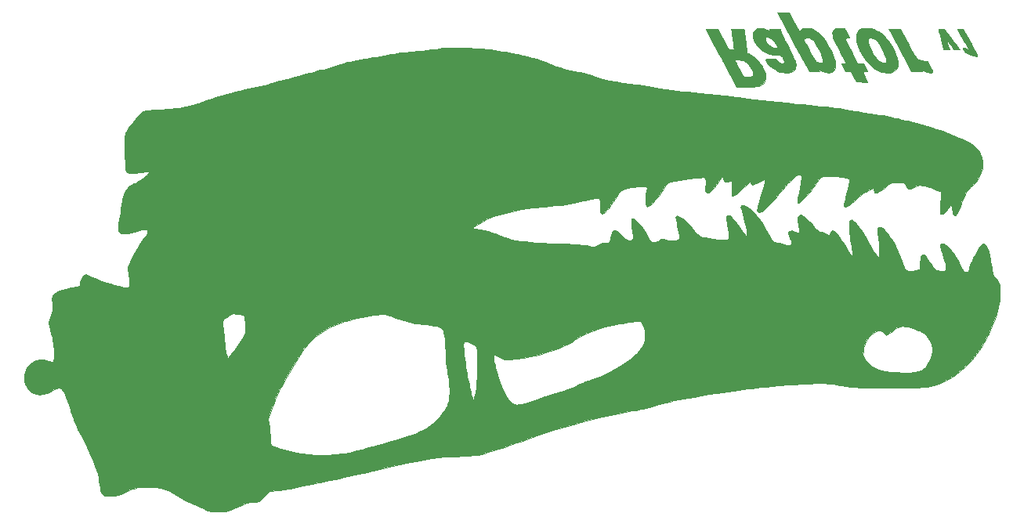
<source format=gbo>
G04 #@! TF.FileFunction,Legend,Bot*
%FSLAX46Y46*%
G04 Gerber Fmt 4.6, Leading zero omitted, Abs format (unit mm)*
G04 Created by KiCad (PCBNEW 4.0.5+dfsg1-4~bpo8+1) date Sun Mar 12 21:32:37 2017*
%MOMM*%
%LPD*%
G01*
G04 APERTURE LIST*
%ADD10C,0.100000*%
%ADD11C,0.010000*%
G04 APERTURE END LIST*
D10*
D11*
G36*
X176286642Y-88456844D02*
X176517574Y-88358071D01*
X176675635Y-88191982D01*
X176760881Y-87957995D01*
X176773364Y-87655528D01*
X176713138Y-87284000D01*
X176580258Y-86842826D01*
X176374777Y-86331426D01*
X176214135Y-85985416D01*
X175925684Y-85435183D01*
X175634013Y-84972033D01*
X175329340Y-84581662D01*
X175070644Y-84313074D01*
X174739296Y-84033187D01*
X174423589Y-83839302D01*
X174104228Y-83722019D01*
X173761915Y-83671935D01*
X173753785Y-83671508D01*
X173455471Y-83674061D01*
X173232330Y-83720306D01*
X173065269Y-83816045D01*
X172977966Y-83907232D01*
X172904860Y-83989009D01*
X172862447Y-84015768D01*
X172861076Y-84014656D01*
X172832860Y-83966186D01*
X172762772Y-83841627D01*
X172657993Y-83653863D01*
X172525703Y-83415780D01*
X172373083Y-83140262D01*
X172290514Y-82990900D01*
X171736254Y-81987600D01*
X170490678Y-81987600D01*
X170731124Y-82432100D01*
X170798773Y-82557359D01*
X170909528Y-82762687D01*
X171058332Y-83038696D01*
X171240125Y-83375998D01*
X171449849Y-83765205D01*
X171682445Y-84196928D01*
X171932855Y-84661780D01*
X172037719Y-84856472D01*
X173354880Y-84856472D01*
X173443482Y-84755583D01*
X173596576Y-84700354D01*
X173785973Y-84694820D01*
X173983482Y-84743017D01*
X174024058Y-84760677D01*
X174224375Y-84888170D01*
X174421003Y-85082406D01*
X174620300Y-85351831D01*
X174828624Y-85704889D01*
X175022072Y-86086480D01*
X175206923Y-86494812D01*
X175335909Y-86831910D01*
X175408305Y-87095013D01*
X175423387Y-87281355D01*
X175380429Y-87388173D01*
X175366408Y-87398784D01*
X175229037Y-87433696D01*
X175042468Y-87416998D01*
X174841632Y-87354040D01*
X174739719Y-87302794D01*
X174670256Y-87257072D01*
X174604367Y-87198674D01*
X174534519Y-87116045D01*
X174453178Y-86997627D01*
X174352811Y-86831865D01*
X174225886Y-86607201D01*
X174064869Y-86312079D01*
X173927506Y-86056763D01*
X173750212Y-85721018D01*
X173599471Y-85425208D01*
X173480366Y-85179990D01*
X173397983Y-84996021D01*
X173357406Y-84883958D01*
X173354880Y-84856472D01*
X172037719Y-84856472D01*
X172196018Y-85150372D01*
X172448828Y-85619800D01*
X173926086Y-88363000D01*
X174496818Y-88377385D01*
X175067550Y-88391769D01*
X174984279Y-88230739D01*
X174901007Y-88069709D01*
X175054613Y-88179086D01*
X175382589Y-88368490D01*
X175718029Y-88467833D01*
X175982787Y-88488885D01*
X176286642Y-88456844D01*
X176286642Y-88456844D01*
G37*
X176286642Y-88456844D02*
X176517574Y-88358071D01*
X176675635Y-88191982D01*
X176760881Y-87957995D01*
X176773364Y-87655528D01*
X176713138Y-87284000D01*
X176580258Y-86842826D01*
X176374777Y-86331426D01*
X176214135Y-85985416D01*
X175925684Y-85435183D01*
X175634013Y-84972033D01*
X175329340Y-84581662D01*
X175070644Y-84313074D01*
X174739296Y-84033187D01*
X174423589Y-83839302D01*
X174104228Y-83722019D01*
X173761915Y-83671935D01*
X173753785Y-83671508D01*
X173455471Y-83674061D01*
X173232330Y-83720306D01*
X173065269Y-83816045D01*
X172977966Y-83907232D01*
X172904860Y-83989009D01*
X172862447Y-84015768D01*
X172861076Y-84014656D01*
X172832860Y-83966186D01*
X172762772Y-83841627D01*
X172657993Y-83653863D01*
X172525703Y-83415780D01*
X172373083Y-83140262D01*
X172290514Y-82990900D01*
X171736254Y-81987600D01*
X170490678Y-81987600D01*
X170731124Y-82432100D01*
X170798773Y-82557359D01*
X170909528Y-82762687D01*
X171058332Y-83038696D01*
X171240125Y-83375998D01*
X171449849Y-83765205D01*
X171682445Y-84196928D01*
X171932855Y-84661780D01*
X172037719Y-84856472D01*
X173354880Y-84856472D01*
X173443482Y-84755583D01*
X173596576Y-84700354D01*
X173785973Y-84694820D01*
X173983482Y-84743017D01*
X174024058Y-84760677D01*
X174224375Y-84888170D01*
X174421003Y-85082406D01*
X174620300Y-85351831D01*
X174828624Y-85704889D01*
X175022072Y-86086480D01*
X175206923Y-86494812D01*
X175335909Y-86831910D01*
X175408305Y-87095013D01*
X175423387Y-87281355D01*
X175380429Y-87388173D01*
X175366408Y-87398784D01*
X175229037Y-87433696D01*
X175042468Y-87416998D01*
X174841632Y-87354040D01*
X174739719Y-87302794D01*
X174670256Y-87257072D01*
X174604367Y-87198674D01*
X174534519Y-87116045D01*
X174453178Y-86997627D01*
X174352811Y-86831865D01*
X174225886Y-86607201D01*
X174064869Y-86312079D01*
X173927506Y-86056763D01*
X173750212Y-85721018D01*
X173599471Y-85425208D01*
X173480366Y-85179990D01*
X173397983Y-84996021D01*
X173357406Y-84883958D01*
X173354880Y-84856472D01*
X172037719Y-84856472D01*
X172196018Y-85150372D01*
X172448828Y-85619800D01*
X173926086Y-88363000D01*
X174496818Y-88377385D01*
X175067550Y-88391769D01*
X174984279Y-88230739D01*
X174901007Y-88069709D01*
X175054613Y-88179086D01*
X175382589Y-88368490D01*
X175718029Y-88467833D01*
X175982787Y-88488885D01*
X176286642Y-88456844D01*
G36*
X171720082Y-88482231D02*
X171856344Y-88460642D01*
X171981167Y-88419161D01*
X172027315Y-88399511D01*
X172253988Y-88259377D01*
X172400564Y-88066727D01*
X172471263Y-87860039D01*
X172491227Y-87734169D01*
X172491467Y-87602068D01*
X172468003Y-87452908D01*
X172416858Y-87275862D01*
X172334052Y-87060101D01*
X172215606Y-86794797D01*
X172057543Y-86469122D01*
X171855882Y-86072248D01*
X171713429Y-85797600D01*
X171473667Y-85334547D01*
X171279354Y-84951511D01*
X171126557Y-84639720D01*
X171011341Y-84390402D01*
X170929770Y-84194785D01*
X170877911Y-84044096D01*
X170851828Y-83929562D01*
X170846800Y-83865425D01*
X170840485Y-83823436D01*
X170810385Y-83795209D01*
X170739766Y-83778031D01*
X170611895Y-83769188D01*
X170410039Y-83765966D01*
X170231277Y-83765600D01*
X169615755Y-83765600D01*
X169638454Y-83884342D01*
X169646446Y-83943629D01*
X169629228Y-83966571D01*
X169568859Y-83950153D01*
X169447394Y-83891365D01*
X169335885Y-83833542D01*
X169133543Y-83737152D01*
X168965258Y-83685507D01*
X168781273Y-83665924D01*
X168671408Y-83664190D01*
X168422743Y-83678522D01*
X168244408Y-83724754D01*
X168175734Y-83759793D01*
X167996403Y-83922919D01*
X167890700Y-84138670D01*
X167854048Y-84394809D01*
X167881876Y-84679097D01*
X167889275Y-84704416D01*
X169183034Y-84704416D01*
X169208500Y-84658335D01*
X169295215Y-84632911D01*
X169439576Y-84647167D01*
X169609135Y-84693814D01*
X169771444Y-84765566D01*
X169821732Y-84796059D01*
X169966429Y-84929068D01*
X170129564Y-85149203D01*
X170272213Y-85384606D01*
X170535826Y-85848400D01*
X170334081Y-85848400D01*
X170046214Y-85804346D01*
X169770905Y-85668326D01*
X169607942Y-85541828D01*
X169458398Y-85382922D01*
X169330978Y-85197262D01*
X169235840Y-85007315D01*
X169183139Y-84835545D01*
X169183034Y-84704416D01*
X167889275Y-84704416D01*
X167969608Y-84979296D01*
X168112671Y-85283168D01*
X168306491Y-85578476D01*
X168546495Y-85852980D01*
X168828108Y-86094443D01*
X169115608Y-86274580D01*
X169604179Y-86477951D01*
X170121426Y-86587389D01*
X170502728Y-86609650D01*
X170710614Y-86614733D01*
X170853497Y-86640512D01*
X170953792Y-86704199D01*
X171033914Y-86823008D01*
X171116279Y-87014152D01*
X171152588Y-87108703D01*
X171206128Y-87267044D01*
X171217718Y-87366321D01*
X171190184Y-87438668D01*
X171182568Y-87449577D01*
X171076460Y-87518279D01*
X170929959Y-87509489D01*
X170760849Y-87429009D01*
X170586918Y-87282640D01*
X170551039Y-87243613D01*
X170351391Y-87016800D01*
X169760895Y-87016800D01*
X169529621Y-87019863D01*
X169340924Y-87028192D01*
X169214729Y-87040502D01*
X169170876Y-87054900D01*
X169194635Y-87116321D01*
X169255690Y-87236300D01*
X169320873Y-87353694D01*
X169551545Y-87663223D01*
X169873846Y-87945070D01*
X170291335Y-88202245D01*
X170375615Y-88245522D01*
X170582275Y-88344986D01*
X170745525Y-88408606D01*
X170903661Y-88446105D01*
X171094981Y-88467207D01*
X171293714Y-88478627D01*
X171542499Y-88487152D01*
X171720082Y-88482231D01*
X171720082Y-88482231D01*
G37*
X171720082Y-88482231D02*
X171856344Y-88460642D01*
X171981167Y-88419161D01*
X172027315Y-88399511D01*
X172253988Y-88259377D01*
X172400564Y-88066727D01*
X172471263Y-87860039D01*
X172491227Y-87734169D01*
X172491467Y-87602068D01*
X172468003Y-87452908D01*
X172416858Y-87275862D01*
X172334052Y-87060101D01*
X172215606Y-86794797D01*
X172057543Y-86469122D01*
X171855882Y-86072248D01*
X171713429Y-85797600D01*
X171473667Y-85334547D01*
X171279354Y-84951511D01*
X171126557Y-84639720D01*
X171011341Y-84390402D01*
X170929770Y-84194785D01*
X170877911Y-84044096D01*
X170851828Y-83929562D01*
X170846800Y-83865425D01*
X170840485Y-83823436D01*
X170810385Y-83795209D01*
X170739766Y-83778031D01*
X170611895Y-83769188D01*
X170410039Y-83765966D01*
X170231277Y-83765600D01*
X169615755Y-83765600D01*
X169638454Y-83884342D01*
X169646446Y-83943629D01*
X169629228Y-83966571D01*
X169568859Y-83950153D01*
X169447394Y-83891365D01*
X169335885Y-83833542D01*
X169133543Y-83737152D01*
X168965258Y-83685507D01*
X168781273Y-83665924D01*
X168671408Y-83664190D01*
X168422743Y-83678522D01*
X168244408Y-83724754D01*
X168175734Y-83759793D01*
X167996403Y-83922919D01*
X167890700Y-84138670D01*
X167854048Y-84394809D01*
X167881876Y-84679097D01*
X167889275Y-84704416D01*
X169183034Y-84704416D01*
X169208500Y-84658335D01*
X169295215Y-84632911D01*
X169439576Y-84647167D01*
X169609135Y-84693814D01*
X169771444Y-84765566D01*
X169821732Y-84796059D01*
X169966429Y-84929068D01*
X170129564Y-85149203D01*
X170272213Y-85384606D01*
X170535826Y-85848400D01*
X170334081Y-85848400D01*
X170046214Y-85804346D01*
X169770905Y-85668326D01*
X169607942Y-85541828D01*
X169458398Y-85382922D01*
X169330978Y-85197262D01*
X169235840Y-85007315D01*
X169183139Y-84835545D01*
X169183034Y-84704416D01*
X167889275Y-84704416D01*
X167969608Y-84979296D01*
X168112671Y-85283168D01*
X168306491Y-85578476D01*
X168546495Y-85852980D01*
X168828108Y-86094443D01*
X169115608Y-86274580D01*
X169604179Y-86477951D01*
X170121426Y-86587389D01*
X170502728Y-86609650D01*
X170710614Y-86614733D01*
X170853497Y-86640512D01*
X170953792Y-86704199D01*
X171033914Y-86823008D01*
X171116279Y-87014152D01*
X171152588Y-87108703D01*
X171206128Y-87267044D01*
X171217718Y-87366321D01*
X171190184Y-87438668D01*
X171182568Y-87449577D01*
X171076460Y-87518279D01*
X170929959Y-87509489D01*
X170760849Y-87429009D01*
X170586918Y-87282640D01*
X170551039Y-87243613D01*
X170351391Y-87016800D01*
X169760895Y-87016800D01*
X169529621Y-87019863D01*
X169340924Y-87028192D01*
X169214729Y-87040502D01*
X169170876Y-87054900D01*
X169194635Y-87116321D01*
X169255690Y-87236300D01*
X169320873Y-87353694D01*
X169551545Y-87663223D01*
X169873846Y-87945070D01*
X170291335Y-88202245D01*
X170375615Y-88245522D01*
X170582275Y-88344986D01*
X170745525Y-88408606D01*
X170903661Y-88446105D01*
X171094981Y-88467207D01*
X171293714Y-88478627D01*
X171542499Y-88487152D01*
X171720082Y-88482231D01*
G36*
X179970749Y-88975985D02*
X179859939Y-88766325D01*
X179769271Y-88590673D01*
X179708155Y-88467548D01*
X179686000Y-88415578D01*
X179731988Y-88400775D01*
X179850751Y-88390904D01*
X179969073Y-88388400D01*
X180252147Y-88388400D01*
X179763549Y-87474000D01*
X179458074Y-87472448D01*
X179152600Y-87470896D01*
X178500858Y-86240548D01*
X178328526Y-85911287D01*
X178172656Y-85605936D01*
X178039585Y-85337520D01*
X177935650Y-85119066D01*
X177867188Y-84963598D01*
X177840537Y-84884142D01*
X177840458Y-84883200D01*
X177845675Y-84802393D01*
X177893638Y-84761900D01*
X178010922Y-84743433D01*
X178047700Y-84740580D01*
X178179549Y-84727660D01*
X178255942Y-84713633D01*
X178263600Y-84708827D01*
X178243571Y-84659020D01*
X178189445Y-84537081D01*
X178110159Y-84362916D01*
X178040082Y-84211115D01*
X177936183Y-83992695D01*
X177858883Y-83849855D01*
X177794771Y-83764784D01*
X177730433Y-83719673D01*
X177652732Y-83696767D01*
X177477465Y-83675364D01*
X177262257Y-83667878D01*
X177043613Y-83673520D01*
X176858038Y-83691497D01*
X176752621Y-83716265D01*
X176650154Y-83789140D01*
X176547132Y-83908327D01*
X176533512Y-83928945D01*
X176472777Y-84047454D01*
X176448091Y-84173380D01*
X176452831Y-84347836D01*
X176457526Y-84400600D01*
X176470288Y-84501328D01*
X176491968Y-84605025D01*
X176527080Y-84721655D01*
X176580141Y-84861183D01*
X176655663Y-85033571D01*
X176758161Y-85248784D01*
X176892150Y-85516785D01*
X177062145Y-85847538D01*
X177272659Y-86251007D01*
X177442020Y-86573435D01*
X177915841Y-87474000D01*
X177397068Y-87474000D01*
X177882600Y-88386556D01*
X178145388Y-88387478D01*
X178408177Y-88388400D01*
X178704545Y-88934500D01*
X179000914Y-89480600D01*
X180255498Y-89509214D01*
X179970749Y-88975985D01*
X179970749Y-88975985D01*
G37*
X179970749Y-88975985D02*
X179859939Y-88766325D01*
X179769271Y-88590673D01*
X179708155Y-88467548D01*
X179686000Y-88415578D01*
X179731988Y-88400775D01*
X179850751Y-88390904D01*
X179969073Y-88388400D01*
X180252147Y-88388400D01*
X179763549Y-87474000D01*
X179458074Y-87472448D01*
X179152600Y-87470896D01*
X178500858Y-86240548D01*
X178328526Y-85911287D01*
X178172656Y-85605936D01*
X178039585Y-85337520D01*
X177935650Y-85119066D01*
X177867188Y-84963598D01*
X177840537Y-84884142D01*
X177840458Y-84883200D01*
X177845675Y-84802393D01*
X177893638Y-84761900D01*
X178010922Y-84743433D01*
X178047700Y-84740580D01*
X178179549Y-84727660D01*
X178255942Y-84713633D01*
X178263600Y-84708827D01*
X178243571Y-84659020D01*
X178189445Y-84537081D01*
X178110159Y-84362916D01*
X178040082Y-84211115D01*
X177936183Y-83992695D01*
X177858883Y-83849855D01*
X177794771Y-83764784D01*
X177730433Y-83719673D01*
X177652732Y-83696767D01*
X177477465Y-83675364D01*
X177262257Y-83667878D01*
X177043613Y-83673520D01*
X176858038Y-83691497D01*
X176752621Y-83716265D01*
X176650154Y-83789140D01*
X176547132Y-83908327D01*
X176533512Y-83928945D01*
X176472777Y-84047454D01*
X176448091Y-84173380D01*
X176452831Y-84347836D01*
X176457526Y-84400600D01*
X176470288Y-84501328D01*
X176491968Y-84605025D01*
X176527080Y-84721655D01*
X176580141Y-84861183D01*
X176655663Y-85033571D01*
X176758161Y-85248784D01*
X176892150Y-85516785D01*
X177062145Y-85847538D01*
X177272659Y-86251007D01*
X177442020Y-86573435D01*
X177915841Y-87474000D01*
X177397068Y-87474000D01*
X177882600Y-88386556D01*
X178145388Y-88387478D01*
X178408177Y-88388400D01*
X178704545Y-88934500D01*
X179000914Y-89480600D01*
X180255498Y-89509214D01*
X179970749Y-88975985D01*
G36*
X182713499Y-88479642D02*
X182841226Y-88459368D01*
X182952981Y-88420432D01*
X183038800Y-88379057D01*
X183262763Y-88210564D01*
X183413136Y-87976516D01*
X183489871Y-87681458D01*
X183492918Y-87329936D01*
X183422227Y-86926496D01*
X183277751Y-86475686D01*
X183064550Y-85992353D01*
X182855249Y-85593190D01*
X182651395Y-85261205D01*
X182431356Y-84965655D01*
X182173495Y-84675794D01*
X182047769Y-84547414D01*
X181812599Y-84324242D01*
X181602861Y-84155994D01*
X181382903Y-84016406D01*
X181187201Y-83913446D01*
X180974387Y-83810847D01*
X180811793Y-83744929D01*
X180662465Y-83706505D01*
X180489449Y-83686392D01*
X180255791Y-83675405D01*
X180225312Y-83674376D01*
X179980602Y-83668870D01*
X179808956Y-83674247D01*
X179682082Y-83694354D01*
X179571686Y-83733038D01*
X179485773Y-83774944D01*
X179292054Y-83894097D01*
X179162665Y-84027450D01*
X179084441Y-84199086D01*
X179044217Y-84433088D01*
X179033286Y-84602640D01*
X179032273Y-84869030D01*
X179041154Y-84954745D01*
X180280531Y-84954745D01*
X180332917Y-84790825D01*
X180450376Y-84699455D01*
X180625306Y-84685773D01*
X180850103Y-84754920D01*
X180901779Y-84779856D01*
X181115886Y-84928695D01*
X181329416Y-85158913D01*
X181546989Y-85476544D01*
X181773223Y-85887622D01*
X181816887Y-85975400D01*
X182010404Y-86389289D01*
X182145992Y-86726261D01*
X182224585Y-86992211D01*
X182247115Y-87193034D01*
X182214519Y-87334625D01*
X182127728Y-87422878D01*
X182050893Y-87452464D01*
X181844414Y-87453557D01*
X181620470Y-87364046D01*
X181389545Y-87191008D01*
X181162119Y-86941519D01*
X181039049Y-86769305D01*
X180905889Y-86548407D01*
X180761423Y-86278690D01*
X180617699Y-85985992D01*
X180486763Y-85696150D01*
X180380665Y-85435003D01*
X180311451Y-85228388D01*
X180300823Y-85186075D01*
X180280531Y-84954745D01*
X179041154Y-84954745D01*
X179057514Y-85112621D01*
X179115447Y-85359668D01*
X179212514Y-85636425D01*
X179355156Y-85969145D01*
X179384010Y-86032312D01*
X179704292Y-86638163D01*
X180073108Y-87172502D01*
X180484261Y-87628344D01*
X180931556Y-87998703D01*
X181349137Y-88247859D01*
X181556030Y-88347331D01*
X181715778Y-88411226D01*
X181864985Y-88448501D01*
X182040255Y-88468112D01*
X182278190Y-88479017D01*
X182296287Y-88479625D01*
X182541339Y-88485109D01*
X182713499Y-88479642D01*
X182713499Y-88479642D01*
G37*
X182713499Y-88479642D02*
X182841226Y-88459368D01*
X182952981Y-88420432D01*
X183038800Y-88379057D01*
X183262763Y-88210564D01*
X183413136Y-87976516D01*
X183489871Y-87681458D01*
X183492918Y-87329936D01*
X183422227Y-86926496D01*
X183277751Y-86475686D01*
X183064550Y-85992353D01*
X182855249Y-85593190D01*
X182651395Y-85261205D01*
X182431356Y-84965655D01*
X182173495Y-84675794D01*
X182047769Y-84547414D01*
X181812599Y-84324242D01*
X181602861Y-84155994D01*
X181382903Y-84016406D01*
X181187201Y-83913446D01*
X180974387Y-83810847D01*
X180811793Y-83744929D01*
X180662465Y-83706505D01*
X180489449Y-83686392D01*
X180255791Y-83675405D01*
X180225312Y-83674376D01*
X179980602Y-83668870D01*
X179808956Y-83674247D01*
X179682082Y-83694354D01*
X179571686Y-83733038D01*
X179485773Y-83774944D01*
X179292054Y-83894097D01*
X179162665Y-84027450D01*
X179084441Y-84199086D01*
X179044217Y-84433088D01*
X179033286Y-84602640D01*
X179032273Y-84869030D01*
X179041154Y-84954745D01*
X180280531Y-84954745D01*
X180332917Y-84790825D01*
X180450376Y-84699455D01*
X180625306Y-84685773D01*
X180850103Y-84754920D01*
X180901779Y-84779856D01*
X181115886Y-84928695D01*
X181329416Y-85158913D01*
X181546989Y-85476544D01*
X181773223Y-85887622D01*
X181816887Y-85975400D01*
X182010404Y-86389289D01*
X182145992Y-86726261D01*
X182224585Y-86992211D01*
X182247115Y-87193034D01*
X182214519Y-87334625D01*
X182127728Y-87422878D01*
X182050893Y-87452464D01*
X181844414Y-87453557D01*
X181620470Y-87364046D01*
X181389545Y-87191008D01*
X181162119Y-86941519D01*
X181039049Y-86769305D01*
X180905889Y-86548407D01*
X180761423Y-86278690D01*
X180617699Y-85985992D01*
X180486763Y-85696150D01*
X180380665Y-85435003D01*
X180311451Y-85228388D01*
X180300823Y-85186075D01*
X180280531Y-84954745D01*
X179041154Y-84954745D01*
X179057514Y-85112621D01*
X179115447Y-85359668D01*
X179212514Y-85636425D01*
X179355156Y-85969145D01*
X179384010Y-86032312D01*
X179704292Y-86638163D01*
X180073108Y-87172502D01*
X180484261Y-87628344D01*
X180931556Y-87998703D01*
X181349137Y-88247859D01*
X181556030Y-88347331D01*
X181715778Y-88411226D01*
X181864985Y-88448501D01*
X182040255Y-88468112D01*
X182278190Y-88479017D01*
X182296287Y-88479625D01*
X182541339Y-88485109D01*
X182713499Y-88479642D01*
G36*
X167605016Y-90011870D02*
X167930156Y-90004998D01*
X168179676Y-89992666D01*
X168366527Y-89974153D01*
X168503659Y-89948740D01*
X168538879Y-89939116D01*
X168824483Y-89809494D01*
X169033418Y-89617712D01*
X169164934Y-89369125D01*
X169218284Y-89069089D01*
X169192720Y-88722959D01*
X169087493Y-88336092D01*
X168901856Y-87913843D01*
X168838343Y-87795350D01*
X168645495Y-87504766D01*
X168392458Y-87204738D01*
X168105199Y-86921029D01*
X167809690Y-86679397D01*
X167544800Y-86512199D01*
X167383341Y-86428371D01*
X167262469Y-86365196D01*
X167205492Y-86334862D01*
X167203985Y-86333961D01*
X167195315Y-86283712D01*
X167176930Y-86147017D01*
X167150640Y-85938375D01*
X167118254Y-85672286D01*
X167081582Y-85363247D01*
X167063842Y-85211253D01*
X167024480Y-84875388D01*
X166987386Y-84564619D01*
X166954683Y-84296294D01*
X166928495Y-84087763D01*
X166910946Y-83956374D01*
X166907054Y-83930700D01*
X166879796Y-83765600D01*
X166196298Y-83765600D01*
X165946061Y-83766490D01*
X165736943Y-83768927D01*
X165587485Y-83772566D01*
X165516229Y-83777063D01*
X165512800Y-83778339D01*
X165519501Y-83830090D01*
X165538254Y-83967778D01*
X165567035Y-84176722D01*
X165603817Y-84442240D01*
X165646576Y-84749648D01*
X165665200Y-84883200D01*
X165709809Y-85203439D01*
X165749265Y-85487754D01*
X165781542Y-85721463D01*
X165804615Y-85889884D01*
X165816459Y-85978335D01*
X165817600Y-85988062D01*
X165771527Y-85994905D01*
X165652209Y-85999529D01*
X165525284Y-86000800D01*
X165232969Y-86000800D01*
X164030715Y-83765600D01*
X163400157Y-83765600D01*
X163160506Y-83767708D01*
X162962735Y-83773462D01*
X162826146Y-83782006D01*
X162770042Y-83792485D01*
X162769600Y-83793534D01*
X162793020Y-83841830D01*
X162860698Y-83972315D01*
X162968755Y-84177701D01*
X163113315Y-84450702D01*
X163290501Y-84784033D01*
X163496437Y-85170406D01*
X163727244Y-85602535D01*
X163979046Y-86073135D01*
X164247967Y-86574918D01*
X164431927Y-86917734D01*
X164554414Y-87145881D01*
X165907697Y-87145881D01*
X165922984Y-87111482D01*
X165924355Y-87110496D01*
X166029068Y-87082263D01*
X166201030Y-87078763D01*
X166409857Y-87096621D01*
X166625164Y-87132462D01*
X166816564Y-87182913D01*
X166909597Y-87219902D01*
X167135646Y-87369391D01*
X167356041Y-87585352D01*
X167554179Y-87843383D01*
X167713456Y-88119080D01*
X167817268Y-88388039D01*
X167849559Y-88601420D01*
X167829980Y-88749439D01*
X167762007Y-88850438D01*
X167631898Y-88911912D01*
X167425911Y-88941354D01*
X167215996Y-88946924D01*
X166808200Y-88946648D01*
X166330755Y-88052885D01*
X166164136Y-87737752D01*
X166043143Y-87500205D01*
X165963154Y-87329524D01*
X165919546Y-87214989D01*
X165907697Y-87145881D01*
X164554414Y-87145881D01*
X166094254Y-90014000D01*
X167191306Y-90014000D01*
X167605016Y-90011870D01*
X167605016Y-90011870D01*
G37*
X167605016Y-90011870D02*
X167930156Y-90004998D01*
X168179676Y-89992666D01*
X168366527Y-89974153D01*
X168503659Y-89948740D01*
X168538879Y-89939116D01*
X168824483Y-89809494D01*
X169033418Y-89617712D01*
X169164934Y-89369125D01*
X169218284Y-89069089D01*
X169192720Y-88722959D01*
X169087493Y-88336092D01*
X168901856Y-87913843D01*
X168838343Y-87795350D01*
X168645495Y-87504766D01*
X168392458Y-87204738D01*
X168105199Y-86921029D01*
X167809690Y-86679397D01*
X167544800Y-86512199D01*
X167383341Y-86428371D01*
X167262469Y-86365196D01*
X167205492Y-86334862D01*
X167203985Y-86333961D01*
X167195315Y-86283712D01*
X167176930Y-86147017D01*
X167150640Y-85938375D01*
X167118254Y-85672286D01*
X167081582Y-85363247D01*
X167063842Y-85211253D01*
X167024480Y-84875388D01*
X166987386Y-84564619D01*
X166954683Y-84296294D01*
X166928495Y-84087763D01*
X166910946Y-83956374D01*
X166907054Y-83930700D01*
X166879796Y-83765600D01*
X166196298Y-83765600D01*
X165946061Y-83766490D01*
X165736943Y-83768927D01*
X165587485Y-83772566D01*
X165516229Y-83777063D01*
X165512800Y-83778339D01*
X165519501Y-83830090D01*
X165538254Y-83967778D01*
X165567035Y-84176722D01*
X165603817Y-84442240D01*
X165646576Y-84749648D01*
X165665200Y-84883200D01*
X165709809Y-85203439D01*
X165749265Y-85487754D01*
X165781542Y-85721463D01*
X165804615Y-85889884D01*
X165816459Y-85978335D01*
X165817600Y-85988062D01*
X165771527Y-85994905D01*
X165652209Y-85999529D01*
X165525284Y-86000800D01*
X165232969Y-86000800D01*
X164030715Y-83765600D01*
X163400157Y-83765600D01*
X163160506Y-83767708D01*
X162962735Y-83773462D01*
X162826146Y-83782006D01*
X162770042Y-83792485D01*
X162769600Y-83793534D01*
X162793020Y-83841830D01*
X162860698Y-83972315D01*
X162968755Y-84177701D01*
X163113315Y-84450702D01*
X163290501Y-84784033D01*
X163496437Y-85170406D01*
X163727244Y-85602535D01*
X163979046Y-86073135D01*
X164247967Y-86574918D01*
X164431927Y-86917734D01*
X164554414Y-87145881D01*
X165907697Y-87145881D01*
X165922984Y-87111482D01*
X165924355Y-87110496D01*
X166029068Y-87082263D01*
X166201030Y-87078763D01*
X166409857Y-87096621D01*
X166625164Y-87132462D01*
X166816564Y-87182913D01*
X166909597Y-87219902D01*
X167135646Y-87369391D01*
X167356041Y-87585352D01*
X167554179Y-87843383D01*
X167713456Y-88119080D01*
X167817268Y-88388039D01*
X167849559Y-88601420D01*
X167829980Y-88749439D01*
X167762007Y-88850438D01*
X167631898Y-88911912D01*
X167425911Y-88941354D01*
X167215996Y-88946924D01*
X166808200Y-88946648D01*
X166330755Y-88052885D01*
X166164136Y-87737752D01*
X166043143Y-87500205D01*
X165963154Y-87329524D01*
X165919546Y-87214989D01*
X165907697Y-87145881D01*
X164554414Y-87145881D01*
X166094254Y-90014000D01*
X167191306Y-90014000D01*
X167605016Y-90011870D01*
G36*
X187123408Y-88484607D02*
X187236319Y-88470759D01*
X187269567Y-88458700D01*
X187259661Y-88404323D01*
X187210517Y-88277440D01*
X187129687Y-88095729D01*
X187024720Y-87876868D01*
X186998827Y-87824867D01*
X186696787Y-87222335D01*
X186398548Y-87226533D01*
X186057007Y-87186953D01*
X185746417Y-87064670D01*
X185522024Y-86899327D01*
X185466469Y-86824549D01*
X185370214Y-86671526D01*
X185239960Y-86451877D01*
X185082403Y-86177223D01*
X184904243Y-85859185D01*
X184712179Y-85509384D01*
X184582224Y-85268943D01*
X183775400Y-83766725D01*
X183149152Y-83766163D01*
X182522905Y-83765600D01*
X182803221Y-84286300D01*
X182891399Y-84450028D01*
X183020478Y-84689608D01*
X183183140Y-84991462D01*
X183372067Y-85342013D01*
X183579944Y-85727684D01*
X183799451Y-86134898D01*
X184023271Y-86550076D01*
X184042100Y-86585000D01*
X185000663Y-88363000D01*
X185593765Y-88377306D01*
X186186868Y-88391612D01*
X185967374Y-88007400D01*
X186115987Y-88141512D01*
X186411563Y-88348653D01*
X186733265Y-88465495D01*
X186965309Y-88490000D01*
X187123408Y-88484607D01*
X187123408Y-88484607D01*
G37*
X187123408Y-88484607D02*
X187236319Y-88470759D01*
X187269567Y-88458700D01*
X187259661Y-88404323D01*
X187210517Y-88277440D01*
X187129687Y-88095729D01*
X187024720Y-87876868D01*
X186998827Y-87824867D01*
X186696787Y-87222335D01*
X186398548Y-87226533D01*
X186057007Y-87186953D01*
X185746417Y-87064670D01*
X185522024Y-86899327D01*
X185466469Y-86824549D01*
X185370214Y-86671526D01*
X185239960Y-86451877D01*
X185082403Y-86177223D01*
X184904243Y-85859185D01*
X184712179Y-85509384D01*
X184582224Y-85268943D01*
X183775400Y-83766725D01*
X183149152Y-83766163D01*
X182522905Y-83765600D01*
X182803221Y-84286300D01*
X182891399Y-84450028D01*
X183020478Y-84689608D01*
X183183140Y-84991462D01*
X183372067Y-85342013D01*
X183579944Y-85727684D01*
X183799451Y-86134898D01*
X184023271Y-86550076D01*
X184042100Y-86585000D01*
X185000663Y-88363000D01*
X185593765Y-88377306D01*
X186186868Y-88391612D01*
X185967374Y-88007400D01*
X186115987Y-88141512D01*
X186411563Y-88348653D01*
X186733265Y-88465495D01*
X186965309Y-88490000D01*
X187123408Y-88484607D01*
G36*
X190050799Y-85994125D02*
X190160538Y-85977562D01*
X190193133Y-85955721D01*
X190158482Y-85905175D01*
X190069423Y-85785638D01*
X189934303Y-85608021D01*
X189761471Y-85383234D01*
X189559277Y-85122185D01*
X189338000Y-84838256D01*
X188499800Y-83765872D01*
X188207700Y-83765736D01*
X188051055Y-83771664D01*
X187945610Y-83787157D01*
X187917023Y-83803700D01*
X187929323Y-83862143D01*
X187962935Y-84004231D01*
X188014233Y-84215115D01*
X188079596Y-84479947D01*
X188155397Y-84783880D01*
X188186704Y-84908600D01*
X188454961Y-85975400D01*
X188775910Y-85990691D01*
X188955393Y-85994424D01*
X189049917Y-85982169D01*
X189075251Y-85951226D01*
X189072488Y-85939891D01*
X189012606Y-85770411D01*
X188945156Y-85568583D01*
X188877127Y-85356875D01*
X188815511Y-85157754D01*
X188767299Y-84993687D01*
X188739482Y-84887142D01*
X188736039Y-84858628D01*
X188769948Y-84891153D01*
X188850603Y-84992917D01*
X188967104Y-85149497D01*
X189108550Y-85346471D01*
X189160397Y-85420096D01*
X189566600Y-85999719D01*
X189888333Y-86000260D01*
X190050799Y-85994125D01*
X190050799Y-85994125D01*
G37*
X190050799Y-85994125D02*
X190160538Y-85977562D01*
X190193133Y-85955721D01*
X190158482Y-85905175D01*
X190069423Y-85785638D01*
X189934303Y-85608021D01*
X189761471Y-85383234D01*
X189559277Y-85122185D01*
X189338000Y-84838256D01*
X188499800Y-83765872D01*
X188207700Y-83765736D01*
X188051055Y-83771664D01*
X187945610Y-83787157D01*
X187917023Y-83803700D01*
X187929323Y-83862143D01*
X187962935Y-84004231D01*
X188014233Y-84215115D01*
X188079596Y-84479947D01*
X188155397Y-84783880D01*
X188186704Y-84908600D01*
X188454961Y-85975400D01*
X188775910Y-85990691D01*
X188955393Y-85994424D01*
X189049917Y-85982169D01*
X189075251Y-85951226D01*
X189072488Y-85939891D01*
X189012606Y-85770411D01*
X188945156Y-85568583D01*
X188877127Y-85356875D01*
X188815511Y-85157754D01*
X188767299Y-84993687D01*
X188739482Y-84887142D01*
X188736039Y-84858628D01*
X188769948Y-84891153D01*
X188850603Y-84992917D01*
X188967104Y-85149497D01*
X189108550Y-85346471D01*
X189160397Y-85420096D01*
X189566600Y-85999719D01*
X189888333Y-86000260D01*
X190050799Y-85994125D01*
G36*
X192086256Y-86751498D02*
X192098417Y-86726718D01*
X192081549Y-86656660D01*
X192032385Y-86534431D01*
X191947661Y-86353135D01*
X191824114Y-86105879D01*
X191658478Y-85785768D01*
X191447489Y-85385909D01*
X191375996Y-85251500D01*
X190584481Y-83765600D01*
X189956519Y-83765600D01*
X190413899Y-84616500D01*
X190569012Y-84904597D01*
X190718325Y-85181062D01*
X190850980Y-85425858D01*
X190956122Y-85618946D01*
X191017662Y-85730890D01*
X191164045Y-85994380D01*
X190878069Y-85895990D01*
X190717290Y-85843169D01*
X190594708Y-85807456D01*
X190546023Y-85797600D01*
X190543370Y-85837518D01*
X190582955Y-85941267D01*
X190642875Y-86061078D01*
X190785800Y-86324556D01*
X191395400Y-86545076D01*
X191632890Y-86627714D01*
X191840614Y-86693923D01*
X191997514Y-86737411D01*
X192082533Y-86751886D01*
X192086256Y-86751498D01*
X192086256Y-86751498D01*
G37*
X192086256Y-86751498D02*
X192098417Y-86726718D01*
X192081549Y-86656660D01*
X192032385Y-86534431D01*
X191947661Y-86353135D01*
X191824114Y-86105879D01*
X191658478Y-85785768D01*
X191447489Y-85385909D01*
X191375996Y-85251500D01*
X190584481Y-83765600D01*
X189956519Y-83765600D01*
X190413899Y-84616500D01*
X190569012Y-84904597D01*
X190718325Y-85181062D01*
X190850980Y-85425858D01*
X190956122Y-85618946D01*
X191017662Y-85730890D01*
X191164045Y-85994380D01*
X190878069Y-85895990D01*
X190717290Y-85843169D01*
X190594708Y-85807456D01*
X190546023Y-85797600D01*
X190543370Y-85837518D01*
X190582955Y-85941267D01*
X190642875Y-86061078D01*
X190785800Y-86324556D01*
X191395400Y-86545076D01*
X191632890Y-86627714D01*
X191840614Y-86693923D01*
X191997514Y-86737411D01*
X192082533Y-86751886D01*
X192086256Y-86751498D01*
G36*
X110607069Y-135923187D02*
X110886102Y-135892832D01*
X111144730Y-135837186D01*
X111409872Y-135750946D01*
X111708449Y-135628808D01*
X111944200Y-135522597D01*
X112320732Y-135350634D01*
X112623186Y-135217302D01*
X112868979Y-135117059D01*
X113075527Y-135044359D01*
X113260245Y-134993660D01*
X113440550Y-134959418D01*
X113633858Y-134936089D01*
X113839114Y-134919431D01*
X114167794Y-134888372D01*
X114400370Y-134848338D01*
X114542016Y-134798411D01*
X114550314Y-134793506D01*
X114637276Y-134724774D01*
X114775062Y-134599038D01*
X114945308Y-134433695D01*
X115129648Y-134246141D01*
X115144600Y-134230547D01*
X115601800Y-133752742D01*
X116440000Y-133649228D01*
X116750271Y-133610263D01*
X117037736Y-133572387D01*
X117312448Y-133533707D01*
X117584462Y-133492328D01*
X117863835Y-133446359D01*
X118160620Y-133393906D01*
X118484873Y-133333076D01*
X118846650Y-133261976D01*
X119256005Y-133178714D01*
X119722993Y-133081394D01*
X120257669Y-132968126D01*
X120870089Y-132837016D01*
X121570308Y-132686170D01*
X121672400Y-132664129D01*
X122133270Y-132564610D01*
X122631911Y-132456937D01*
X123140396Y-132347141D01*
X123630799Y-132241253D01*
X124075192Y-132145301D01*
X124415600Y-132071804D01*
X124786596Y-131990485D01*
X125229738Y-131891369D01*
X125718413Y-131780531D01*
X126226010Y-131664043D01*
X126725918Y-131547980D01*
X127191524Y-131438415D01*
X127209600Y-131434125D01*
X128113397Y-131220894D01*
X128926590Y-131032041D01*
X129656800Y-130865986D01*
X130311649Y-130721150D01*
X130898761Y-130595955D01*
X131425758Y-130488819D01*
X131900264Y-130398166D01*
X132329900Y-130322414D01*
X132722290Y-130259985D01*
X133085055Y-130209300D01*
X133178600Y-130197462D01*
X133408463Y-130166172D01*
X133621854Y-130132175D01*
X133782610Y-130101386D01*
X133818605Y-130092765D01*
X133910735Y-130079629D01*
X134091605Y-130063646D01*
X134348422Y-130045592D01*
X134668392Y-130026244D01*
X135038718Y-130006380D01*
X135446609Y-129986776D01*
X135850605Y-129969371D01*
X136327718Y-129948257D01*
X136779707Y-129925007D01*
X137192800Y-129900536D01*
X137553225Y-129875758D01*
X137847210Y-129851585D01*
X138060984Y-129828934D01*
X138139372Y-129817457D01*
X138436884Y-129754833D01*
X138818650Y-129656974D01*
X139274846Y-129527003D01*
X139795643Y-129368042D01*
X140371215Y-129183212D01*
X140991736Y-128975638D01*
X141647380Y-128748440D01*
X142328320Y-128504741D01*
X142703600Y-128367192D01*
X144500128Y-127728202D01*
X146301508Y-127136522D01*
X148094346Y-126595843D01*
X149865250Y-126109855D01*
X151600826Y-125682248D01*
X153287683Y-125316711D01*
X154784811Y-125038451D01*
X155182161Y-124970177D01*
X155506593Y-124911860D01*
X155783162Y-124857735D01*
X156036921Y-124802033D01*
X156292926Y-124738987D01*
X156576230Y-124662830D01*
X156911887Y-124567795D01*
X157232400Y-124475039D01*
X157665835Y-124351371D01*
X158077817Y-124239333D01*
X158481837Y-124136076D01*
X158891388Y-124038749D01*
X159319962Y-123944503D01*
X159781050Y-123850487D01*
X160288145Y-123753852D01*
X160854738Y-123651747D01*
X161494322Y-123541323D01*
X162220388Y-123419729D01*
X162256912Y-123413684D01*
X163097528Y-123275157D01*
X163850492Y-123152516D01*
X164528238Y-123044177D01*
X165143200Y-122948554D01*
X165707814Y-122864061D01*
X166234512Y-122789114D01*
X166735730Y-122722125D01*
X167223902Y-122661511D01*
X167711463Y-122605685D01*
X168210845Y-122553063D01*
X168734485Y-122502058D01*
X169294816Y-122451085D01*
X169904272Y-122398560D01*
X170575288Y-122342895D01*
X170796000Y-122324896D01*
X171618187Y-122259077D01*
X172348399Y-122203220D01*
X172995761Y-122157233D01*
X173569398Y-122121028D01*
X174078436Y-122094514D01*
X174532002Y-122077602D01*
X174939220Y-122070201D01*
X175309217Y-122072222D01*
X175651117Y-122083575D01*
X175974048Y-122104169D01*
X176287135Y-122133916D01*
X176599503Y-122172725D01*
X176920278Y-122220505D01*
X177171400Y-122262095D01*
X177494020Y-122317083D01*
X177780828Y-122364622D01*
X178041900Y-122405248D01*
X178287310Y-122439499D01*
X178527133Y-122467913D01*
X178771446Y-122491028D01*
X179030323Y-122509382D01*
X179313841Y-122523512D01*
X179632073Y-122533956D01*
X179995097Y-122541252D01*
X180412987Y-122545937D01*
X180895818Y-122548549D01*
X181453666Y-122549626D01*
X182096607Y-122549706D01*
X182556200Y-122549483D01*
X183297113Y-122548644D01*
X183944712Y-122546747D01*
X184507282Y-122543385D01*
X184993106Y-122538153D01*
X185410469Y-122530644D01*
X185767654Y-122520451D01*
X186072946Y-122507168D01*
X186334630Y-122490388D01*
X186560988Y-122469705D01*
X186760306Y-122444713D01*
X186940866Y-122415006D01*
X187110955Y-122380176D01*
X187278855Y-122339818D01*
X187382200Y-122312724D01*
X187617843Y-122234532D01*
X187918352Y-122112196D01*
X188262835Y-121956056D01*
X188630401Y-121776451D01*
X189000157Y-121583719D01*
X189351212Y-121388199D01*
X189662675Y-121200230D01*
X189766509Y-121132795D01*
X190334211Y-120705619D01*
X190895545Y-120188858D01*
X191443034Y-119594519D01*
X191969201Y-118934611D01*
X192466570Y-118221142D01*
X192927664Y-117466121D01*
X193345007Y-116681555D01*
X193711121Y-115879454D01*
X194018530Y-115071825D01*
X194259757Y-114270676D01*
X194386787Y-113712200D01*
X194498675Y-113041173D01*
X194556932Y-112453229D01*
X194561553Y-111949159D01*
X194512533Y-111529753D01*
X194409866Y-111195804D01*
X194404662Y-111184276D01*
X194291741Y-110979474D01*
X194147657Y-110771521D01*
X194067574Y-110675698D01*
X193952696Y-110542471D01*
X193863577Y-110412201D01*
X193793952Y-110266403D01*
X193737553Y-110086591D01*
X193688115Y-109854280D01*
X193639373Y-109550987D01*
X193606087Y-109314309D01*
X193518943Y-108752175D01*
X193420816Y-108257289D01*
X193313592Y-107834518D01*
X193199155Y-107488727D01*
X193079390Y-107224782D01*
X192956183Y-107047550D01*
X192831419Y-106961897D01*
X192706982Y-106972689D01*
X192700317Y-106976107D01*
X192520450Y-107114125D01*
X192328125Y-107335704D01*
X192133663Y-107625389D01*
X191947384Y-107967726D01*
X191779607Y-108347262D01*
X191772414Y-108365591D01*
X191684603Y-108555834D01*
X191578989Y-108738092D01*
X191527946Y-108810000D01*
X191375449Y-109055208D01*
X191285632Y-109312516D01*
X191268116Y-109465281D01*
X191254003Y-109604778D01*
X191219932Y-109769371D01*
X191215321Y-109786480D01*
X191165431Y-109915124D01*
X191084754Y-109986696D01*
X190957402Y-110030869D01*
X190768851Y-110053835D01*
X190624306Y-110000705D01*
X190509640Y-109862326D01*
X190432391Y-109690770D01*
X190308490Y-109396314D01*
X190140061Y-109050788D01*
X189943720Y-108684262D01*
X189736085Y-108326806D01*
X189533771Y-108008492D01*
X189393757Y-107811200D01*
X189115290Y-107470777D01*
X188866375Y-107223425D01*
X188643291Y-107066216D01*
X188442315Y-106996225D01*
X188352573Y-106992752D01*
X188209607Y-107013810D01*
X188122782Y-107062542D01*
X188089070Y-107153385D01*
X188105441Y-107300774D01*
X188168865Y-107519145D01*
X188214364Y-107651246D01*
X188361462Y-108076399D01*
X188473777Y-108425337D01*
X188555890Y-108715509D01*
X188612385Y-108964365D01*
X188647843Y-109189353D01*
X188664143Y-109363891D01*
X188675875Y-109577292D01*
X188674005Y-109713023D01*
X188655476Y-109794467D01*
X188617227Y-109845004D01*
X188599337Y-109859191D01*
X188480777Y-109903066D01*
X188296451Y-109924727D01*
X188080092Y-109922497D01*
X187869132Y-109895447D01*
X187682615Y-109814571D01*
X187475098Y-109648289D01*
X187257422Y-109407676D01*
X187040430Y-109103808D01*
X186949998Y-108956397D01*
X186763703Y-108649657D01*
X186610999Y-108425550D01*
X186483277Y-108274291D01*
X186371924Y-108186092D01*
X186268332Y-108151166D01*
X186240157Y-108149600D01*
X186113140Y-108175240D01*
X186036793Y-108224844D01*
X186008029Y-108307494D01*
X185979745Y-108477637D01*
X185953796Y-108721176D01*
X185932273Y-109019906D01*
X185912411Y-109297859D01*
X185888980Y-109526170D01*
X185864069Y-109688610D01*
X185839770Y-109768949D01*
X185835202Y-109773716D01*
X185736591Y-109809791D01*
X185565531Y-109849820D01*
X185350828Y-109889379D01*
X185121289Y-109924045D01*
X184905717Y-109949394D01*
X184732919Y-109961001D01*
X184642151Y-109956943D01*
X184472027Y-109887990D01*
X184318630Y-109743472D01*
X184175889Y-109515312D01*
X184037735Y-109195435D01*
X184007540Y-109112479D01*
X183746465Y-108405980D01*
X183492716Y-107785212D01*
X183238668Y-107235409D01*
X182976695Y-106741808D01*
X182699169Y-106289645D01*
X182398465Y-105864157D01*
X182196562Y-105606684D01*
X182010158Y-105391372D01*
X181858054Y-105252347D01*
X181723299Y-105178167D01*
X181588943Y-105157393D01*
X181536123Y-105160930D01*
X181426389Y-105187252D01*
X181351012Y-105245517D01*
X181307778Y-105348459D01*
X181294473Y-105508807D01*
X181308884Y-105739293D01*
X181348797Y-106052648D01*
X181363641Y-106152994D01*
X181411601Y-106510205D01*
X181451654Y-106885582D01*
X181482604Y-107259092D01*
X181503255Y-107610703D01*
X181512411Y-107920380D01*
X181508874Y-108168092D01*
X181493314Y-108324400D01*
X181457261Y-108516580D01*
X181331645Y-108398570D01*
X181208617Y-108256408D01*
X181045691Y-108024369D01*
X180844613Y-107705249D01*
X180607132Y-107301844D01*
X180334992Y-106816950D01*
X180271837Y-106701800D01*
X179963474Y-106155436D01*
X179671657Y-105674158D01*
X179399780Y-105262439D01*
X179151238Y-104924752D01*
X178929425Y-104665572D01*
X178737736Y-104489373D01*
X178579566Y-104400628D01*
X178517995Y-104390401D01*
X178409999Y-104402052D01*
X178333591Y-104446480D01*
X178283793Y-104537891D01*
X178255622Y-104690494D01*
X178244099Y-104918496D01*
X178243592Y-105173175D01*
X178253078Y-105467355D01*
X178277938Y-105787618D01*
X178320355Y-106153737D01*
X178382512Y-106585487D01*
X178437242Y-106927094D01*
X178490319Y-107262015D01*
X178534785Y-107569291D01*
X178568636Y-107832745D01*
X178589871Y-108036199D01*
X178596486Y-108163477D01*
X178593911Y-108192644D01*
X178566237Y-108279289D01*
X178527713Y-108279250D01*
X178466469Y-108221351D01*
X178405080Y-108140537D01*
X178308096Y-107991567D01*
X178188664Y-107795428D01*
X178059930Y-107573108D01*
X178055581Y-107565400D01*
X177751406Y-107046534D01*
X177465416Y-106600075D01*
X177200616Y-106229578D01*
X176960011Y-105938597D01*
X176746605Y-105730684D01*
X176563405Y-105609394D01*
X176413414Y-105578280D01*
X176380981Y-105585159D01*
X176293578Y-105653767D01*
X176204549Y-105788677D01*
X176177423Y-105846078D01*
X176114158Y-105973683D01*
X176060864Y-106047035D01*
X176041511Y-106054680D01*
X175978319Y-106023924D01*
X175853282Y-105962945D01*
X175723600Y-105899654D01*
X175519814Y-105813763D01*
X175303475Y-105742938D01*
X175192058Y-105716360D01*
X175077065Y-105686337D01*
X174965725Y-105634409D01*
X174846990Y-105550556D01*
X174709811Y-105424757D01*
X174543141Y-105246992D01*
X174335930Y-105007240D01*
X174108379Y-104733506D01*
X173884326Y-104482166D01*
X173652914Y-104259494D01*
X173429748Y-104077804D01*
X173230431Y-103949409D01*
X173070568Y-103886624D01*
X173029853Y-103882400D01*
X172880551Y-103928565D01*
X172758275Y-104048685D01*
X172685944Y-104215197D01*
X172675669Y-104308351D01*
X172684512Y-104432072D01*
X172707938Y-104620334D01*
X172741402Y-104837894D01*
X172751800Y-104898400D01*
X172789898Y-105148600D01*
X172815250Y-105384624D01*
X172826891Y-105586517D01*
X172823854Y-105734324D01*
X172805173Y-105808088D01*
X172796057Y-105812800D01*
X172736203Y-105797542D01*
X172605249Y-105756978D01*
X172428149Y-105698922D01*
X172370454Y-105679502D01*
X172149739Y-105610666D01*
X171995737Y-105579360D01*
X171882479Y-105581492D01*
X171830896Y-105594514D01*
X171724069Y-105656172D01*
X171673050Y-105759037D01*
X171678263Y-105913642D01*
X171740136Y-106130518D01*
X171859095Y-106420201D01*
X171864818Y-106432944D01*
X171966739Y-106669001D01*
X172021956Y-106834152D01*
X172030187Y-106947866D01*
X171991146Y-107029613D01*
X171904548Y-107098862D01*
X171854653Y-107128492D01*
X171789472Y-107157377D01*
X171713481Y-107166140D01*
X171605409Y-107151924D01*
X171443983Y-107111875D01*
X171207932Y-107043140D01*
X171199271Y-107040544D01*
X170954225Y-106970622D01*
X170719411Y-106909826D01*
X170527431Y-106866296D01*
X170440400Y-106851029D01*
X170273763Y-106826276D01*
X170144569Y-106793804D01*
X170039567Y-106740391D01*
X169945501Y-106652819D01*
X169849119Y-106517867D01*
X169737169Y-106322314D01*
X169596396Y-106052940D01*
X169550392Y-105963234D01*
X169166143Y-105257437D01*
X168780952Y-104641420D01*
X168386592Y-104103624D01*
X167974834Y-103632491D01*
X167696973Y-103359310D01*
X167387429Y-103101059D01*
X167105360Y-102923140D01*
X166857921Y-102829607D01*
X166737541Y-102815600D01*
X166626745Y-102829233D01*
X166563542Y-102879810D01*
X166545233Y-102981854D01*
X166569118Y-103149885D01*
X166630512Y-103391323D01*
X166810526Y-104057257D01*
X166956120Y-104641678D01*
X167066783Y-105142039D01*
X167142004Y-105555793D01*
X167181272Y-105880392D01*
X167184076Y-106113289D01*
X167181537Y-106138372D01*
X167170217Y-106191982D01*
X167146978Y-106206241D01*
X167102643Y-106171722D01*
X167028035Y-106079000D01*
X166913977Y-105918650D01*
X166785860Y-105731972D01*
X166438714Y-105232642D01*
X166135841Y-104818705D01*
X165873345Y-104486096D01*
X165647332Y-104230754D01*
X165453905Y-104048614D01*
X165289170Y-103935613D01*
X165149230Y-103887688D01*
X165030313Y-103900728D01*
X164975690Y-103972702D01*
X164956129Y-104134355D01*
X164971670Y-104387330D01*
X165022351Y-104733273D01*
X165054478Y-104908522D01*
X165139157Y-105372233D01*
X165197095Y-105743398D01*
X165228934Y-106027311D01*
X165235315Y-106229266D01*
X165225727Y-106321062D01*
X165198696Y-106423458D01*
X165155580Y-106498006D01*
X165083085Y-106547032D01*
X164967919Y-106572863D01*
X164796788Y-106577827D01*
X164556400Y-106564250D01*
X164233461Y-106534459D01*
X164090400Y-106519793D01*
X163550927Y-106459230D01*
X163102375Y-106397951D01*
X162734088Y-106333047D01*
X162435410Y-106261613D01*
X162195686Y-106180742D01*
X162004261Y-106087527D01*
X161850478Y-105979060D01*
X161748927Y-105881037D01*
X161659595Y-105775321D01*
X161532326Y-105615057D01*
X161388892Y-105427901D01*
X161325883Y-105343638D01*
X161100615Y-105061455D01*
X160860214Y-104797950D01*
X160614071Y-104559531D01*
X160371576Y-104352606D01*
X160142120Y-104183582D01*
X159935094Y-104058866D01*
X159759886Y-103984868D01*
X159625889Y-103967994D01*
X159542491Y-104014651D01*
X159518400Y-104110271D01*
X159528978Y-104240753D01*
X159558643Y-104452572D01*
X159604285Y-104727919D01*
X159662799Y-105048984D01*
X159731076Y-105397959D01*
X159804555Y-105750285D01*
X159859539Y-106010749D01*
X159893211Y-106190847D01*
X159906879Y-106309264D01*
X159901854Y-106384683D01*
X159879446Y-106435788D01*
X159854763Y-106466389D01*
X159705558Y-106567159D01*
X159484792Y-106636376D01*
X159218100Y-106672076D01*
X158931118Y-106672296D01*
X158649480Y-106635072D01*
X158439444Y-106574826D01*
X158226453Y-106503002D01*
X158071423Y-106480328D01*
X157942712Y-106508068D01*
X157808674Y-106587485D01*
X157790469Y-106600739D01*
X157534642Y-106741242D01*
X157251839Y-106818831D01*
X157124950Y-106828517D01*
X156958660Y-106786419D01*
X156797427Y-106656060D01*
X156636150Y-106432433D01*
X156537554Y-106252027D01*
X156166868Y-105615791D01*
X155721082Y-105020620D01*
X155489953Y-104762302D01*
X155251171Y-104523609D01*
X155061685Y-104364008D01*
X154913996Y-104278349D01*
X154800603Y-104261483D01*
X154771817Y-104269195D01*
X154721196Y-104339733D01*
X154695613Y-104491196D01*
X154695084Y-104706037D01*
X154719626Y-104966710D01*
X154769256Y-105255670D01*
X154770876Y-105263379D01*
X154817113Y-105520019D01*
X154857169Y-105807490D01*
X154878279Y-106016000D01*
X154890177Y-106218745D01*
X154884995Y-106351097D01*
X154857925Y-106443519D01*
X154804162Y-106526473D01*
X154796115Y-106536700D01*
X154652153Y-106647736D01*
X154473596Y-106665804D01*
X154263565Y-106592276D01*
X154025185Y-106428523D01*
X153761578Y-106175917D01*
X153626564Y-106022989D01*
X153394357Y-105778484D01*
X153178299Y-105611168D01*
X152985787Y-105524234D01*
X152824219Y-105520874D01*
X152700990Y-105604278D01*
X152690073Y-105618915D01*
X152641520Y-105721823D01*
X152585553Y-105890309D01*
X152533396Y-106090077D01*
X152527993Y-106114215D01*
X152473180Y-106331014D01*
X152409319Y-106535547D01*
X152349878Y-106684855D01*
X152347768Y-106689100D01*
X152251935Y-106879601D01*
X151885669Y-106879600D01*
X151678726Y-106885036D01*
X151528919Y-106909301D01*
X151392019Y-106964334D01*
X151234766Y-107055288D01*
X150925360Y-107218894D01*
X150650955Y-107299750D01*
X150391605Y-107300566D01*
X150127362Y-107224051D01*
X150095000Y-107210078D01*
X149964561Y-107174933D01*
X149733548Y-107140901D01*
X149401797Y-107107969D01*
X148969144Y-107076127D01*
X148435423Y-107045362D01*
X147800472Y-107015663D01*
X147064124Y-106987017D01*
X146894600Y-106981066D01*
X145989487Y-106946398D01*
X145177313Y-106907433D01*
X144449466Y-106862936D01*
X143797329Y-106811673D01*
X143212289Y-106752410D01*
X142685732Y-106683913D01*
X142209044Y-106604947D01*
X141773609Y-106514278D01*
X141370815Y-106410671D01*
X140992047Y-106292892D01*
X140628690Y-106159708D01*
X140347105Y-106042889D01*
X139978835Y-105892233D01*
X139612380Y-105763985D01*
X139222680Y-105650957D01*
X138784674Y-105545965D01*
X138273301Y-105441821D01*
X138207800Y-105429413D01*
X137940993Y-105377768D01*
X137710030Y-105330349D01*
X137533169Y-105291117D01*
X137428667Y-105264033D01*
X137409084Y-105256149D01*
X137437316Y-105225429D01*
X137542058Y-105165166D01*
X137705913Y-105084602D01*
X137874166Y-105009018D01*
X138136006Y-104886136D01*
X138437439Y-104730006D01*
X138733894Y-104564295D01*
X138901482Y-104463486D01*
X139153551Y-104310035D01*
X139375766Y-104186589D01*
X139589902Y-104084569D01*
X139817734Y-103995397D01*
X140081037Y-103910497D01*
X140401586Y-103821290D01*
X140773200Y-103726184D01*
X141789563Y-103496302D01*
X142895620Y-103292091D01*
X144082396Y-103114987D01*
X145340918Y-102966421D01*
X145827800Y-102918521D01*
X146503160Y-102853111D01*
X147089896Y-102790491D01*
X147600864Y-102728606D01*
X148048923Y-102665401D01*
X148446933Y-102598821D01*
X148807751Y-102526811D01*
X149144237Y-102447317D01*
X149469250Y-102358282D01*
X149623935Y-102311868D01*
X150006265Y-102208308D01*
X150399420Y-102126657D01*
X150768801Y-102073046D01*
X151079807Y-102053602D01*
X151081929Y-102053600D01*
X151274108Y-102053600D01*
X151306492Y-102396500D01*
X151323248Y-102630632D01*
X151335078Y-102903948D01*
X151339238Y-103136440D01*
X151348358Y-103400517D01*
X151378732Y-103577777D01*
X151435735Y-103681754D01*
X151524740Y-103725981D01*
X151574934Y-103730001D01*
X151694156Y-103687266D01*
X151853645Y-103566111D01*
X152044648Y-103377109D01*
X152258415Y-103130834D01*
X152486196Y-102837859D01*
X152719239Y-102508758D01*
X152948794Y-102154104D01*
X153125580Y-101856394D01*
X153290718Y-101584982D01*
X153442202Y-101388136D01*
X153603023Y-101245662D01*
X153796176Y-101137365D01*
X154044653Y-101043052D01*
X154055865Y-101039351D01*
X154338567Y-100959920D01*
X154655902Y-100893129D01*
X154990134Y-100840345D01*
X155323523Y-100802935D01*
X155638332Y-100782265D01*
X155916823Y-100779701D01*
X156141256Y-100796609D01*
X156293895Y-100834356D01*
X156339771Y-100863429D01*
X156388166Y-100920391D01*
X156411595Y-100985118D01*
X156410051Y-101080993D01*
X156383525Y-101231402D01*
X156339558Y-101427228D01*
X156295891Y-101673876D01*
X156268607Y-101950298D01*
X156257724Y-102231970D01*
X156263259Y-102494365D01*
X156285232Y-102712955D01*
X156323660Y-102863213D01*
X156338482Y-102891424D01*
X156397866Y-102961920D01*
X156464685Y-102985314D01*
X156552731Y-102955383D01*
X156675793Y-102865902D01*
X156847661Y-102710651D01*
X156944153Y-102618105D01*
X157311600Y-102225936D01*
X157672376Y-101774280D01*
X157995980Y-101302416D01*
X158102874Y-101125953D01*
X158274558Y-100847609D01*
X158426875Y-100645786D01*
X158578605Y-100502839D01*
X158748525Y-100401120D01*
X158955414Y-100322985D01*
X158958299Y-100322088D01*
X159379188Y-100207672D01*
X159873550Y-100100260D01*
X160413287Y-100004412D01*
X160970300Y-99924692D01*
X161516492Y-99865661D01*
X161960107Y-99834727D01*
X162598415Y-99803895D01*
X162709407Y-99944999D01*
X162803165Y-100143705D01*
X162807592Y-100381380D01*
X162744200Y-100597965D01*
X162684020Y-100814053D01*
X162672670Y-101034039D01*
X162705788Y-101233318D01*
X162779015Y-101387289D01*
X162887992Y-101471348D01*
X162899549Y-101474680D01*
X163034254Y-101458888D01*
X163207231Y-101359526D01*
X163411065Y-101183771D01*
X163638338Y-100938800D01*
X163881635Y-100631792D01*
X164114515Y-100298806D01*
X164277732Y-100058588D01*
X164398766Y-99898051D01*
X164486148Y-99808835D01*
X164548409Y-99782585D01*
X164594079Y-99810940D01*
X164601493Y-99821667D01*
X164640841Y-99932924D01*
X164648422Y-100001027D01*
X164685166Y-100115425D01*
X164749391Y-100198126D01*
X164883541Y-100256423D01*
X165099548Y-100261334D01*
X165399482Y-100212852D01*
X165473879Y-100195754D01*
X165612758Y-100162470D01*
X165589000Y-101774200D01*
X165706092Y-101790800D01*
X165779383Y-101787539D01*
X165868445Y-101753530D01*
X165982471Y-101681553D01*
X166130649Y-101564389D01*
X166322169Y-101394816D01*
X166566223Y-101165615D01*
X166844581Y-100896335D01*
X167056472Y-100694141D01*
X167246614Y-100521281D01*
X167402146Y-100388766D01*
X167510204Y-100307610D01*
X167555781Y-100287412D01*
X167609683Y-100348684D01*
X167637074Y-100444618D01*
X167684403Y-100551299D01*
X167794815Y-100589500D01*
X167970943Y-100558787D01*
X168215421Y-100458728D01*
X168510000Y-100301000D01*
X168711672Y-100187671D01*
X168884392Y-100096457D01*
X169007358Y-100037986D01*
X169056100Y-100021926D01*
X169103281Y-100067926D01*
X169114067Y-100203070D01*
X169089529Y-100422061D01*
X169030736Y-100719602D01*
X168938761Y-101090398D01*
X168814673Y-101529151D01*
X168659544Y-102030566D01*
X168633937Y-102110009D01*
X168534643Y-102426147D01*
X168447473Y-102722023D01*
X168377304Y-102979567D01*
X168329010Y-103180708D01*
X168307469Y-103307378D01*
X168306800Y-103322417D01*
X168316323Y-103457846D01*
X168356950Y-103525876D01*
X168433800Y-103556740D01*
X168565919Y-103572559D01*
X168700464Y-103545177D01*
X168857809Y-103466020D01*
X169058329Y-103326510D01*
X169151874Y-103254486D01*
X169508770Y-102939800D01*
X169894650Y-102532158D01*
X170310975Y-102029996D01*
X170391456Y-101926600D01*
X170678844Y-101565877D01*
X170988338Y-101198216D01*
X171307472Y-100836874D01*
X171623778Y-100495106D01*
X171924790Y-100186169D01*
X172198038Y-99923318D01*
X172431057Y-99719809D01*
X172556442Y-99624658D01*
X172749291Y-99529231D01*
X172913815Y-99526770D01*
X173043654Y-99616997D01*
X173065404Y-99646908D01*
X173092039Y-99692534D01*
X173109161Y-99743819D01*
X173115271Y-99813825D01*
X173108872Y-99915610D01*
X173088467Y-100062235D01*
X173052557Y-100266761D01*
X172999645Y-100542247D01*
X172928234Y-100901754D01*
X172912497Y-100980408D01*
X172822137Y-101441680D01*
X172754430Y-101812519D01*
X172708581Y-102101348D01*
X172683797Y-102316591D01*
X172679282Y-102466673D01*
X172694244Y-102560016D01*
X172727888Y-102605046D01*
X172758664Y-102612400D01*
X172829573Y-102576255D01*
X172953289Y-102476930D01*
X173116155Y-102328091D01*
X173304515Y-102143402D01*
X173504713Y-101936529D01*
X173703091Y-101721137D01*
X173885994Y-101510892D01*
X174002455Y-101367800D01*
X174145222Y-101179828D01*
X174320835Y-100939858D01*
X174505771Y-100680421D01*
X174657926Y-100461291D01*
X174849451Y-100184171D01*
X175000836Y-99980280D01*
X175128430Y-99838401D01*
X175248586Y-99747315D01*
X175377654Y-99695806D01*
X175531985Y-99672656D01*
X175727930Y-99666647D01*
X175816397Y-99666525D01*
X176080801Y-99671604D01*
X176398967Y-99684871D01*
X176723593Y-99704078D01*
X176917400Y-99718831D01*
X177328162Y-99756397D01*
X177648024Y-99794624D01*
X177887572Y-99838959D01*
X178057393Y-99894852D01*
X178168074Y-99967752D01*
X178230201Y-100063107D01*
X178254360Y-100186367D01*
X178251139Y-100342980D01*
X178245902Y-100402600D01*
X178222799Y-100550245D01*
X178176837Y-100773473D01*
X178113088Y-101050178D01*
X178036623Y-101358260D01*
X177960506Y-101646363D01*
X177879560Y-101953484D01*
X177809161Y-102239468D01*
X177753667Y-102485062D01*
X177717430Y-102671016D01*
X177704800Y-102776663D01*
X177712219Y-102902183D01*
X177748901Y-102955950D01*
X177836483Y-102967527D01*
X177844500Y-102967524D01*
X178030303Y-102925253D01*
X178262875Y-102803347D01*
X178533880Y-102607533D01*
X178834987Y-102343537D01*
X179025600Y-102155853D01*
X179302887Y-101885130D01*
X179537115Y-101686425D01*
X179742662Y-101547948D01*
X179813000Y-101510275D01*
X180019283Y-101400295D01*
X180254642Y-101264165D01*
X180445807Y-101145551D01*
X180652065Y-101020385D01*
X180792330Y-100961005D01*
X180878448Y-100967905D01*
X180922267Y-101041575D01*
X180935341Y-101165886D01*
X180942086Y-101342949D01*
X180959120Y-101441421D01*
X180997425Y-101484308D01*
X181067986Y-101494617D01*
X181092361Y-101494800D01*
X181282722Y-101457860D01*
X181512965Y-101344882D01*
X181788637Y-101152627D01*
X182048200Y-100937307D01*
X182305626Y-100718581D01*
X182516706Y-100561925D01*
X182706565Y-100457199D01*
X182900326Y-100394262D01*
X183123115Y-100362973D01*
X183400054Y-100353191D01*
X183496000Y-100352931D01*
X183807761Y-100359871D01*
X184037545Y-100379099D01*
X184176777Y-100409815D01*
X184194734Y-100418219D01*
X184276670Y-100496096D01*
X184376515Y-100635137D01*
X184462165Y-100785513D01*
X184548987Y-100942591D01*
X184632342Y-101040354D01*
X184730078Y-101080242D01*
X184860048Y-101063694D01*
X185040101Y-100992150D01*
X185288088Y-100867051D01*
X185312646Y-100854113D01*
X185525790Y-100744766D01*
X185678341Y-100677874D01*
X185797784Y-100645240D01*
X185911600Y-100638671D01*
X186010600Y-100646001D01*
X186167703Y-100674547D01*
X186396135Y-100731867D01*
X186672268Y-100810598D01*
X186972476Y-100903375D01*
X187273132Y-101002833D01*
X187550608Y-101101608D01*
X187781278Y-101192335D01*
X187827779Y-101212416D01*
X187979763Y-101281237D01*
X188087173Y-101343622D01*
X188155565Y-101417131D01*
X188190498Y-101519322D01*
X188197529Y-101667753D01*
X188182215Y-101879983D01*
X188150116Y-102173569D01*
X188145335Y-102215667D01*
X188115392Y-102519705D01*
X188092762Y-102828729D01*
X188079447Y-103108994D01*
X188077447Y-103326758D01*
X188078133Y-103349000D01*
X188087041Y-103550657D01*
X188100449Y-103672340D01*
X188126430Y-103735611D01*
X188173053Y-103762033D01*
X188236383Y-103771792D01*
X188364742Y-103765858D01*
X188486667Y-103709309D01*
X188615533Y-103590810D01*
X188764710Y-103399023D01*
X188882654Y-103223924D01*
X189000395Y-103048422D01*
X189099846Y-102910713D01*
X189167130Y-102829478D01*
X189185956Y-102815600D01*
X189258510Y-102858432D01*
X189321304Y-102990619D01*
X189376770Y-103217703D01*
X189386815Y-103272800D01*
X189438478Y-103547555D01*
X189485004Y-103735787D01*
X189533010Y-103851889D01*
X189589110Y-103910256D01*
X189659918Y-103925283D01*
X189685797Y-103923402D01*
X189755343Y-103902972D01*
X189820553Y-103848107D01*
X189894286Y-103742053D01*
X189989399Y-103568058D01*
X190049200Y-103449931D01*
X190159833Y-103212316D01*
X190285085Y-102917993D01*
X190408442Y-102606970D01*
X190500038Y-102357731D01*
X190643766Y-101963194D01*
X190771623Y-101651693D01*
X190892380Y-101407698D01*
X191014806Y-101215677D01*
X191147668Y-101060100D01*
X191299738Y-100925435D01*
X191315815Y-100912924D01*
X191724986Y-100553201D01*
X192047812Y-100167061D01*
X192274912Y-99786317D01*
X192489453Y-99310129D01*
X192625809Y-98879643D01*
X192684709Y-98476573D01*
X192666885Y-98082632D01*
X192573067Y-97679534D01*
X192403988Y-97248992D01*
X192378533Y-97194314D01*
X192133039Y-96791016D01*
X191806004Y-96438553D01*
X191420799Y-96157279D01*
X191066958Y-95963885D01*
X190628608Y-95751720D01*
X190119983Y-95525931D01*
X189555319Y-95291670D01*
X188948849Y-95054085D01*
X188314809Y-94818325D01*
X187667434Y-94589540D01*
X187020957Y-94372880D01*
X186389614Y-94173494D01*
X185787638Y-93996531D01*
X185229266Y-93847140D01*
X184728731Y-93730472D01*
X184689800Y-93722331D01*
X184316738Y-93644026D01*
X183917124Y-93558330D01*
X183524090Y-93472468D01*
X183170771Y-93393665D01*
X182937200Y-93340146D01*
X182609608Y-93266467D01*
X182266403Y-93195147D01*
X181894733Y-93123956D01*
X181481745Y-93050660D01*
X181014586Y-92973031D01*
X180480406Y-92888835D01*
X179866351Y-92795843D01*
X179432000Y-92731634D01*
X179077776Y-92678880D01*
X178748029Y-92628298D01*
X178458993Y-92582493D01*
X178226901Y-92544073D01*
X178067985Y-92515645D01*
X178009600Y-92503246D01*
X177831754Y-92466007D01*
X177562291Y-92421389D01*
X177210836Y-92370514D01*
X176787015Y-92314501D01*
X176300454Y-92254471D01*
X175760779Y-92191543D01*
X175177617Y-92126837D01*
X174560593Y-92061473D01*
X173919334Y-91996572D01*
X173263465Y-91933254D01*
X172602613Y-91872638D01*
X172548600Y-91867831D01*
X171522895Y-91773969D01*
X170578525Y-91681459D01*
X169695285Y-91588081D01*
X168852972Y-91491616D01*
X168031383Y-91389844D01*
X167240000Y-91284623D01*
X166722686Y-91213683D01*
X166288617Y-91154519D01*
X165920370Y-91105145D01*
X165600525Y-91063577D01*
X165311662Y-91027831D01*
X165036361Y-90995923D01*
X164757200Y-90965868D01*
X164456759Y-90935681D01*
X164117618Y-90903379D01*
X163722355Y-90866977D01*
X163253552Y-90824491D01*
X162998200Y-90801436D01*
X162197703Y-90727522D01*
X161478861Y-90657274D01*
X160821913Y-90588278D01*
X160207095Y-90518120D01*
X159614645Y-90444385D01*
X159024801Y-90364660D01*
X158417800Y-90276530D01*
X157773880Y-90177583D01*
X157384800Y-90115745D01*
X156919627Y-90042648D01*
X156414536Y-89965997D01*
X155898304Y-89889977D01*
X155399711Y-89818770D01*
X154947537Y-89756562D01*
X154614753Y-89713072D01*
X153769653Y-89596995D01*
X152999245Y-89469713D01*
X152276764Y-89325360D01*
X151575444Y-89158072D01*
X150868517Y-88961984D01*
X150129218Y-88731232D01*
X150120400Y-88728347D01*
X149822464Y-88635745D01*
X149510476Y-88547087D01*
X149220382Y-88472116D01*
X148988133Y-88420575D01*
X148977400Y-88418548D01*
X148507235Y-88327993D01*
X148102497Y-88242190D01*
X147738197Y-88153957D01*
X147389346Y-88056113D01*
X147030957Y-87941479D01*
X146638041Y-87802874D01*
X146185610Y-87633116D01*
X146012685Y-87566600D01*
X145460430Y-87357686D01*
X144949185Y-87174970D01*
X144462032Y-87014050D01*
X143982051Y-86870523D01*
X143492326Y-86739983D01*
X142975939Y-86618029D01*
X142415970Y-86500257D01*
X141795502Y-86382262D01*
X141097617Y-86259642D01*
X140796459Y-86208891D01*
X140305888Y-86129354D01*
X139865823Y-86063896D01*
X139452538Y-86010033D01*
X139042312Y-85965281D01*
X138611420Y-85927157D01*
X138136140Y-85893177D01*
X137592748Y-85860858D01*
X137344200Y-85847481D01*
X136760039Y-85817824D01*
X136265487Y-85795392D01*
X135848808Y-85780179D01*
X135498268Y-85772176D01*
X135202133Y-85771375D01*
X134948669Y-85777769D01*
X134726142Y-85791348D01*
X134522816Y-85812106D01*
X134326958Y-85840034D01*
X134294142Y-85845398D01*
X133977200Y-85894060D01*
X133579617Y-85948839D01*
X133121999Y-86007337D01*
X132624946Y-86067157D01*
X132109063Y-86125902D01*
X131594953Y-86181177D01*
X131103219Y-86230583D01*
X130654463Y-86271724D01*
X130562400Y-86279523D01*
X130197640Y-86314316D01*
X129797743Y-86359780D01*
X129402930Y-86410902D01*
X129053423Y-86462666D01*
X128936800Y-86482169D01*
X128699520Y-86523152D01*
X128381482Y-86577404D01*
X128002169Y-86641638D01*
X127581065Y-86712567D01*
X127137655Y-86786904D01*
X126691420Y-86861364D01*
X126523800Y-86889233D01*
X125956406Y-86984569D01*
X125472233Y-87068974D01*
X125053991Y-87146355D01*
X124684391Y-87220618D01*
X124346143Y-87295667D01*
X124021956Y-87375410D01*
X123694541Y-87463751D01*
X123346608Y-87564597D01*
X122960867Y-87681853D01*
X122815400Y-87726971D01*
X122492387Y-87827184D01*
X122205630Y-87915088D01*
X121940933Y-87994612D01*
X121684101Y-88069686D01*
X121420938Y-88144241D01*
X121137251Y-88222208D01*
X120818844Y-88307515D01*
X120451522Y-88404093D01*
X120021090Y-88515872D01*
X119513352Y-88646783D01*
X119231098Y-88719346D01*
X118782477Y-88835426D01*
X118322338Y-88955957D01*
X117870955Y-89075525D01*
X117448599Y-89188716D01*
X117075544Y-89290116D01*
X116772062Y-89374311D01*
X116668749Y-89403663D01*
X116208175Y-89534410D01*
X115798572Y-89647011D01*
X115413960Y-89747958D01*
X115028360Y-89843738D01*
X114615794Y-89940841D01*
X114150282Y-90045757D01*
X113722200Y-90139697D01*
X113337083Y-90226767D01*
X112901351Y-90330859D01*
X112429402Y-90448074D01*
X111935635Y-90574514D01*
X111434448Y-90706279D01*
X110940240Y-90839470D01*
X110467408Y-90970190D01*
X110030352Y-91094538D01*
X109643469Y-91208617D01*
X109321158Y-91308526D01*
X109077818Y-91390368D01*
X109008870Y-91415989D01*
X108573884Y-91582794D01*
X108208389Y-91718225D01*
X107888121Y-91829510D01*
X107588814Y-91923877D01*
X107286205Y-92008553D01*
X106956028Y-92090766D01*
X106574019Y-92177744D01*
X106127600Y-92274225D01*
X105945242Y-92306467D01*
X105699597Y-92338412D01*
X105384016Y-92370634D01*
X104991849Y-92403705D01*
X104516447Y-92438197D01*
X103951160Y-92474684D01*
X103460600Y-92503911D01*
X103034777Y-92529753D01*
X102696571Y-92554557D01*
X102432087Y-92581585D01*
X102227434Y-92614099D01*
X102068718Y-92655362D01*
X101942046Y-92708636D01*
X101833526Y-92777184D01*
X101729265Y-92864269D01*
X101663959Y-92925822D01*
X101405331Y-93190806D01*
X101135117Y-93494571D01*
X100866510Y-93819780D01*
X100612703Y-94149097D01*
X100386891Y-94465187D01*
X100202265Y-94750711D01*
X100072019Y-94988334D01*
X100041273Y-95058091D01*
X100010378Y-95191601D01*
X99986836Y-95409549D01*
X99970311Y-95697025D01*
X99960463Y-96039116D01*
X99956955Y-96420910D01*
X99959449Y-96827495D01*
X99967606Y-97243960D01*
X99981089Y-97655392D01*
X99999559Y-98046880D01*
X100022678Y-98403511D01*
X100050109Y-98710374D01*
X100081512Y-98952557D01*
X100116550Y-99115147D01*
X100134277Y-99160014D01*
X100246018Y-99263347D01*
X100447359Y-99329114D01*
X100733384Y-99357018D01*
X101099175Y-99346762D01*
X101539815Y-99298049D01*
X101784200Y-99259600D01*
X102124113Y-99203671D01*
X102370290Y-99171306D01*
X102528643Y-99166258D01*
X102605086Y-99192279D01*
X102605531Y-99253123D01*
X102535891Y-99352542D01*
X102402079Y-99494288D01*
X102304900Y-99590064D01*
X101911200Y-99934388D01*
X101505400Y-100216062D01*
X101108724Y-100420854D01*
X101005564Y-100461256D01*
X100703905Y-100590944D01*
X100474641Y-100742593D01*
X100288567Y-100938310D01*
X100190562Y-101078173D01*
X99983412Y-101452009D01*
X99819726Y-101866177D01*
X99694350Y-102337756D01*
X99602129Y-102883824D01*
X99574064Y-103120400D01*
X99542141Y-103371969D01*
X99494693Y-103686547D01*
X99437578Y-104027819D01*
X99376655Y-104359471D01*
X99362591Y-104431219D01*
X99292118Y-104808739D01*
X99249775Y-105102928D01*
X99236347Y-105328309D01*
X99252621Y-105499403D01*
X99299384Y-105630731D01*
X99377423Y-105736816D01*
X99436280Y-105791621D01*
X99520634Y-105857283D01*
X99599648Y-105895471D01*
X99701416Y-105911304D01*
X99854028Y-105909901D01*
X100030392Y-105899886D01*
X100320793Y-105866331D01*
X100670491Y-105797185D01*
X101093341Y-105689533D01*
X101276200Y-105637890D01*
X101559355Y-105559562D01*
X101818861Y-105494121D01*
X102034587Y-105446164D01*
X102186402Y-105420286D01*
X102241400Y-105417496D01*
X102326961Y-105430328D01*
X102372294Y-105465274D01*
X102389966Y-105547944D01*
X102392546Y-105703948D01*
X102392455Y-105725289D01*
X102387476Y-105887134D01*
X102363073Y-105998337D01*
X102302309Y-106095643D01*
X102188244Y-106215795D01*
X102148417Y-106254678D01*
X102015537Y-106396559D01*
X101877861Y-106571179D01*
X101729577Y-106788141D01*
X101564873Y-107057050D01*
X101377936Y-107387509D01*
X101162954Y-107789123D01*
X100914115Y-108271495D01*
X100842673Y-108412276D01*
X100285588Y-109513152D01*
X100386964Y-110368076D01*
X100433586Y-110769374D01*
X100465193Y-111081153D01*
X100479418Y-111314704D01*
X100473893Y-111481320D01*
X100446249Y-111592292D01*
X100394117Y-111658910D01*
X100315129Y-111692467D01*
X100206917Y-111704254D01*
X100106419Y-111705600D01*
X99891770Y-111686944D01*
X99599428Y-111634280D01*
X99245527Y-111552571D01*
X98846205Y-111446776D01*
X98417597Y-111321857D01*
X97975841Y-111182774D01*
X97537071Y-111034488D01*
X97117425Y-110881960D01*
X96733038Y-110730150D01*
X96400046Y-110584020D01*
X96297800Y-110534723D01*
X96085170Y-110432716D01*
X95900237Y-110350560D01*
X95765158Y-110297702D01*
X95706929Y-110282845D01*
X95614394Y-110327326D01*
X95503427Y-110444238D01*
X95388225Y-110609791D01*
X95282984Y-110800197D01*
X95201901Y-110991667D01*
X95159173Y-111160413D01*
X95155915Y-111206146D01*
X95143747Y-111343900D01*
X95101460Y-111451550D01*
X95016557Y-111535734D01*
X94876539Y-111603091D01*
X94668908Y-111660258D01*
X94381165Y-111713875D01*
X94127061Y-111752606D01*
X93595251Y-111847784D01*
X93153188Y-111968097D01*
X92791252Y-112117499D01*
X92499822Y-112299944D01*
X92273695Y-112514211D01*
X92141489Y-112709258D01*
X92086372Y-112911620D01*
X92102678Y-113151057D01*
X92129688Y-113270707D01*
X92182734Y-113513602D01*
X92204810Y-113735683D01*
X92193470Y-113961031D01*
X92146271Y-114213729D01*
X92060767Y-114517860D01*
X91977183Y-114773163D01*
X91745967Y-115454689D01*
X91769611Y-115555651D01*
X110528630Y-115555651D01*
X110556884Y-115335229D01*
X110632792Y-115166685D01*
X110760768Y-115035447D01*
X110945224Y-114926944D01*
X110992699Y-114905174D01*
X111169711Y-114812437D01*
X111337187Y-114702366D01*
X111376219Y-114671548D01*
X111457377Y-114607918D01*
X111533112Y-114570104D01*
X111630028Y-114553620D01*
X111774729Y-114553981D01*
X111993821Y-114566700D01*
X111996859Y-114566900D01*
X112231015Y-114588175D01*
X112451442Y-114618341D01*
X112620377Y-114651928D01*
X112657897Y-114662669D01*
X112774569Y-114707772D01*
X112842651Y-114766515D01*
X112885290Y-114869686D01*
X112917201Y-115007600D01*
X112939710Y-115165407D01*
X112959019Y-115395363D01*
X112973219Y-115668025D01*
X112980403Y-115953950D01*
X112980701Y-115987524D01*
X112981813Y-116252701D01*
X112976357Y-116461599D01*
X112957435Y-116633958D01*
X112918147Y-116789519D01*
X112851595Y-116948024D01*
X112750881Y-117129212D01*
X112609107Y-117352825D01*
X112419374Y-117638603D01*
X112386562Y-117687736D01*
X112228067Y-117918451D01*
X112049095Y-118168041D01*
X111860112Y-118423109D01*
X111671583Y-118670260D01*
X111493973Y-118896098D01*
X111337747Y-119087227D01*
X111213370Y-119230251D01*
X111131308Y-119311773D01*
X111107040Y-119325600D01*
X111064899Y-119279332D01*
X111010218Y-119154782D01*
X110950205Y-118973329D01*
X110892064Y-118756353D01*
X110850200Y-118563600D01*
X110827065Y-118409148D01*
X110801302Y-118181105D01*
X110775695Y-117907333D01*
X110753030Y-117615697D01*
X110748073Y-117542081D01*
X110721513Y-117210205D01*
X110684556Y-116850468D01*
X110642031Y-116505543D01*
X110598764Y-116218105D01*
X110597436Y-116210416D01*
X110543618Y-115842522D01*
X110528630Y-115555651D01*
X91769611Y-115555651D01*
X91922634Y-116209045D01*
X92035664Y-116698773D01*
X92125477Y-117109238D01*
X92194537Y-117459475D01*
X92245308Y-117768522D01*
X92280252Y-118055415D01*
X92301834Y-118339192D01*
X92312517Y-118638888D01*
X92314764Y-118973542D01*
X92312810Y-119224000D01*
X92305069Y-119418384D01*
X92288709Y-119577326D01*
X92267088Y-119669579D01*
X92264372Y-119674571D01*
X92176116Y-119726555D01*
X92019170Y-119738632D01*
X91817672Y-119712195D01*
X91595759Y-119648636D01*
X91556439Y-119633727D01*
X91182855Y-119537351D01*
X90794872Y-119529152D01*
X90419917Y-119608090D01*
X90238026Y-119683810D01*
X89940720Y-119876053D01*
X89656204Y-120138930D01*
X89412994Y-120442703D01*
X89266376Y-120697200D01*
X89205099Y-120839888D01*
X89166251Y-120972893D01*
X89144926Y-121126568D01*
X89136218Y-121331266D01*
X89135000Y-121510000D01*
X89137648Y-121761109D01*
X89149061Y-121940901D01*
X89174438Y-122079600D01*
X89218980Y-122207426D01*
X89276290Y-122331114D01*
X89500742Y-122690294D01*
X89779819Y-122963854D01*
X90114718Y-123152596D01*
X90506637Y-123257318D01*
X90692733Y-123276700D01*
X91153671Y-123256064D01*
X91608479Y-123136326D01*
X92061636Y-122916286D01*
X92081400Y-122904407D01*
X92362961Y-122737221D01*
X92575797Y-122622358D01*
X92735872Y-122556016D01*
X92859150Y-122534391D01*
X92961595Y-122553679D01*
X93059170Y-122610077D01*
X93118617Y-122657276D01*
X93206108Y-122747865D01*
X93297023Y-122878698D01*
X93394744Y-123057753D01*
X93502651Y-123293008D01*
X93624126Y-123592443D01*
X93762550Y-123964036D01*
X93921304Y-124415765D01*
X94103769Y-124955609D01*
X94144358Y-125077727D01*
X94305618Y-125560604D01*
X94433370Y-125933570D01*
X115469171Y-125933570D01*
X115807945Y-124979085D01*
X115970261Y-124524554D01*
X116107041Y-124149180D01*
X116225226Y-123835852D01*
X116331759Y-123567457D01*
X116433582Y-123326884D01*
X116537637Y-123097021D01*
X116650866Y-122860756D01*
X116741304Y-122678400D01*
X116867276Y-122437342D01*
X117034945Y-122132132D01*
X117236322Y-121776093D01*
X117463422Y-121382548D01*
X117708255Y-120964821D01*
X117962835Y-120536235D01*
X118219174Y-120110113D01*
X118469285Y-119699778D01*
X118705180Y-119318554D01*
X118918871Y-118979764D01*
X119102372Y-118696731D01*
X119247696Y-118482778D01*
X119299543Y-118411200D01*
X119887694Y-117706793D01*
X120538981Y-117081609D01*
X121253787Y-116535405D01*
X122032494Y-116067937D01*
X122875485Y-115678963D01*
X123783141Y-115368238D01*
X124288600Y-115235658D01*
X124687098Y-115144225D01*
X125116695Y-115050632D01*
X125562700Y-114957644D01*
X126010424Y-114868029D01*
X126445175Y-114784554D01*
X126852264Y-114709985D01*
X127216999Y-114647089D01*
X127524692Y-114598633D01*
X127760650Y-114567384D01*
X127895400Y-114556368D01*
X127979830Y-114571494D01*
X128138261Y-114615020D01*
X128349238Y-114680554D01*
X128591306Y-114761700D01*
X128632000Y-114775885D01*
X128943859Y-114885080D01*
X129292096Y-115006840D01*
X129629003Y-115124493D01*
X129851200Y-115201976D01*
X130161546Y-115305753D01*
X130448852Y-115390742D01*
X130735703Y-115461703D01*
X131044684Y-115523397D01*
X131398382Y-115580584D01*
X131819382Y-115638026D01*
X132065533Y-115668739D01*
X132592866Y-115735170D01*
X133028553Y-115795442D01*
X133382182Y-115852009D01*
X133663340Y-115907329D01*
X133881616Y-115963857D01*
X134046597Y-116024048D01*
X134167872Y-116090360D01*
X134255027Y-116165247D01*
X134313797Y-116244626D01*
X134386346Y-116396839D01*
X134448648Y-116598277D01*
X134501812Y-116857318D01*
X134546951Y-117182342D01*
X134585174Y-117581727D01*
X134600571Y-117810719D01*
X136565839Y-117810719D01*
X136575990Y-117672841D01*
X136580623Y-117654168D01*
X136649421Y-117570834D01*
X136785419Y-117551243D01*
X136992657Y-117595575D01*
X137226551Y-117683107D01*
X137547634Y-117838407D01*
X137779638Y-117998022D01*
X137934973Y-118171012D01*
X137966553Y-118223327D01*
X137991415Y-118277478D01*
X138011205Y-118346606D01*
X138026483Y-118442057D01*
X138037810Y-118575177D01*
X138045747Y-118757313D01*
X138050854Y-118999812D01*
X138052967Y-119233812D01*
X139799286Y-119233812D01*
X139817972Y-119103393D01*
X139872958Y-119035507D01*
X139939292Y-119020800D01*
X140014031Y-119042179D01*
X140156528Y-119099864D01*
X140343938Y-119184184D01*
X140489017Y-119253582D01*
X140964246Y-119486364D01*
X141563729Y-119481733D01*
X142249095Y-119444896D01*
X143008455Y-119345068D01*
X143836917Y-119183287D01*
X144729590Y-118960587D01*
X145681581Y-118678006D01*
X146259600Y-118486871D01*
X146810001Y-118291413D01*
X147278143Y-118108549D01*
X147681184Y-117929926D01*
X148036281Y-117747188D01*
X148360591Y-117551983D01*
X148671272Y-117335956D01*
X148759225Y-117269784D01*
X149210123Y-116969884D01*
X149753082Y-116686463D01*
X150379460Y-116422541D01*
X151080614Y-116181133D01*
X151847903Y-115965257D01*
X152672682Y-115777931D01*
X153422400Y-115641801D01*
X153752257Y-115587858D01*
X154093836Y-115530906D01*
X154414345Y-115476480D01*
X154680995Y-115430119D01*
X154768600Y-115414464D01*
X155063811Y-115363226D01*
X155278964Y-115332426D01*
X155433307Y-115321048D01*
X155546092Y-115328074D01*
X155636567Y-115352489D01*
X155670647Y-115366816D01*
X155764350Y-115424927D01*
X155844005Y-115516635D01*
X155921018Y-115660881D01*
X156006796Y-115876603D01*
X156048719Y-115994628D01*
X156177866Y-116496908D01*
X156207949Y-116981918D01*
X156138401Y-117457292D01*
X155968657Y-117930665D01*
X155894393Y-118080494D01*
X155681914Y-118406092D01*
X155382050Y-118752033D01*
X155204448Y-118921523D01*
X179752497Y-118921523D01*
X179757068Y-118686019D01*
X179834642Y-118236784D01*
X179968858Y-117799943D01*
X180149295Y-117401325D01*
X180365533Y-117066758D01*
X180451071Y-116965952D01*
X180654126Y-116785998D01*
X180907727Y-116618979D01*
X181174069Y-116486555D01*
X181415351Y-116410384D01*
X181423223Y-116408942D01*
X181656723Y-116411778D01*
X181869568Y-116494484D01*
X182030927Y-116643980D01*
X182051168Y-116675346D01*
X182137113Y-116786489D01*
X182224211Y-116850312D01*
X182230884Y-116852397D01*
X182353672Y-116836689D01*
X182530938Y-116743115D01*
X182756567Y-116575369D01*
X182911800Y-116441389D01*
X183207480Y-116196904D01*
X183479028Y-116028219D01*
X183749784Y-115929492D01*
X184043088Y-115894880D01*
X184382282Y-115918541D01*
X184740600Y-115983646D01*
X184913064Y-116031789D01*
X185133206Y-116108116D01*
X185356941Y-116197193D01*
X185383829Y-116208834D01*
X185572614Y-116287685D01*
X185731503Y-116347180D01*
X185833315Y-116377355D01*
X185848628Y-116379200D01*
X185948933Y-116414412D01*
X186097971Y-116509671D01*
X186276614Y-116649411D01*
X186465731Y-116818066D01*
X186646195Y-117000070D01*
X186735095Y-117100537D01*
X187005001Y-117490245D01*
X187175688Y-117899576D01*
X187246684Y-118326361D01*
X187217520Y-118768433D01*
X187154423Y-119031322D01*
X187042591Y-119348470D01*
X186901433Y-119669335D01*
X186743584Y-119970539D01*
X186581680Y-120228703D01*
X186428359Y-120420448D01*
X186377377Y-120468989D01*
X186094496Y-120653669D01*
X185729403Y-120793027D01*
X185280555Y-120887209D01*
X184746409Y-120936364D01*
X184125423Y-120940639D01*
X183416053Y-120900180D01*
X182675233Y-120822483D01*
X182186228Y-120754343D01*
X181781253Y-120678560D01*
X181442737Y-120587914D01*
X181153113Y-120475190D01*
X180894809Y-120333168D01*
X180650257Y-120154631D01*
X180401886Y-119932361D01*
X180324837Y-119856902D01*
X180074669Y-119589923D01*
X179901939Y-119357508D01*
X179797573Y-119140946D01*
X179752497Y-118921523D01*
X155204448Y-118921523D01*
X155005334Y-119111541D01*
X154562295Y-119477842D01*
X154063465Y-119844159D01*
X153519372Y-120203718D01*
X152940549Y-120549743D01*
X152337525Y-120875459D01*
X151720832Y-121174090D01*
X151100998Y-121438861D01*
X150488556Y-121662997D01*
X150171200Y-121762808D01*
X149992914Y-121822470D01*
X149747746Y-121914224D01*
X149461259Y-122028015D01*
X149159017Y-122153790D01*
X148977400Y-122232294D01*
X148512425Y-122434345D01*
X148116839Y-122600660D01*
X147768464Y-122739525D01*
X147445122Y-122859226D01*
X147124634Y-122968049D01*
X146784822Y-123074281D01*
X146494249Y-123160047D01*
X146142055Y-123266386D01*
X145741421Y-123394260D01*
X145338653Y-123528520D01*
X144980056Y-123654012D01*
X144938407Y-123669144D01*
X144290562Y-123899013D01*
X143729176Y-124083435D01*
X143250323Y-124223359D01*
X142850073Y-124319737D01*
X142524501Y-124373516D01*
X142269677Y-124385647D01*
X142086736Y-124358626D01*
X141885450Y-124257219D01*
X141665710Y-124075233D01*
X141442728Y-123827949D01*
X141231715Y-123530647D01*
X141182670Y-123450391D01*
X141042260Y-123183681D01*
X140884984Y-122833295D01*
X140716422Y-122414647D01*
X140542153Y-121943150D01*
X140367758Y-121434217D01*
X140198814Y-120903262D01*
X140040902Y-120365700D01*
X139962817Y-120080480D01*
X139871531Y-119714335D01*
X139817080Y-119434786D01*
X139799286Y-119233812D01*
X138052967Y-119233812D01*
X138053692Y-119314020D01*
X138054821Y-119711282D01*
X138054907Y-120011400D01*
X138052262Y-120607906D01*
X138043980Y-121119814D01*
X138028954Y-121564022D01*
X138006080Y-121957433D01*
X137974250Y-122316945D01*
X137932358Y-122659459D01*
X137879299Y-123001876D01*
X137847315Y-123183388D01*
X137803357Y-123397175D01*
X137755788Y-123585734D01*
X137713155Y-123716177D01*
X137703135Y-123738061D01*
X137637176Y-123863947D01*
X137549376Y-123729947D01*
X137510458Y-123636348D01*
X137458595Y-123462551D01*
X137398923Y-123228339D01*
X137336577Y-122953493D01*
X137293295Y-122743474D01*
X137231276Y-122435028D01*
X137169269Y-122136734D01*
X137112581Y-121873431D01*
X137066522Y-121669960D01*
X137045966Y-121586042D01*
X136988846Y-121336696D01*
X136929288Y-121025217D01*
X136869004Y-120666058D01*
X136809704Y-120273674D01*
X136753098Y-119862516D01*
X136700897Y-119447039D01*
X136654812Y-119041695D01*
X136616553Y-118660938D01*
X136587831Y-118319221D01*
X136570356Y-118030997D01*
X136565839Y-117810719D01*
X134600571Y-117810719D01*
X134617592Y-118063851D01*
X134645316Y-118637092D01*
X134651512Y-118792200D01*
X134677150Y-119348904D01*
X134709379Y-119829664D01*
X134750907Y-120260063D01*
X134804443Y-120665684D01*
X134872696Y-121072110D01*
X134917799Y-121306800D01*
X134971807Y-121592983D01*
X135009879Y-121841695D01*
X135034696Y-122083417D01*
X135048944Y-122348632D01*
X135055305Y-122667821D01*
X135056422Y-122881600D01*
X135055086Y-123232944D01*
X135048482Y-123502307D01*
X135035107Y-123709237D01*
X135013457Y-123873284D01*
X134982032Y-124013995D01*
X134964819Y-124073231D01*
X134796234Y-124516996D01*
X134565112Y-124946964D01*
X134261251Y-125379261D01*
X133874450Y-125830014D01*
X133809972Y-125898815D01*
X133521508Y-126188438D01*
X133225399Y-126452485D01*
X132912984Y-126694983D01*
X132575601Y-126919961D01*
X132204589Y-127131445D01*
X131791289Y-127333463D01*
X131327039Y-127530043D01*
X130803178Y-127725212D01*
X130211045Y-127922997D01*
X129541979Y-128127427D01*
X128787320Y-128342528D01*
X128225600Y-128495669D01*
X127777595Y-128616576D01*
X127289041Y-128749383D01*
X126789357Y-128886028D01*
X126307959Y-129018450D01*
X125874266Y-129138588D01*
X125609400Y-129212580D01*
X125059044Y-129363159D01*
X124580375Y-129484029D01*
X124149275Y-129579309D01*
X123741626Y-129653114D01*
X123333312Y-129709564D01*
X122900215Y-129752776D01*
X122418218Y-129786868D01*
X122161558Y-129801246D01*
X121338328Y-129829593D01*
X120583966Y-129822107D01*
X119871385Y-129776350D01*
X119173498Y-129689886D01*
X118463219Y-129560277D01*
X117811600Y-129409895D01*
X117262999Y-129266523D01*
X116792050Y-129130657D01*
X116403340Y-129003906D01*
X116101457Y-128887875D01*
X115890987Y-128784174D01*
X115779057Y-128697546D01*
X115744376Y-128605179D01*
X115717417Y-128432556D01*
X115701367Y-128200922D01*
X115700436Y-128173753D01*
X115689262Y-127969134D01*
X115667360Y-127692291D01*
X115637329Y-127371718D01*
X115601772Y-127035913D01*
X115577876Y-126830784D01*
X115469171Y-125933570D01*
X94433370Y-125933570D01*
X94442758Y-125960975D01*
X94561974Y-126293306D01*
X94669463Y-126572062D01*
X94771420Y-126811708D01*
X94874040Y-127026712D01*
X94983521Y-127231537D01*
X95106057Y-127440650D01*
X95247846Y-127668517D01*
X95266907Y-127698529D01*
X95421085Y-127961020D01*
X95583334Y-128270025D01*
X95728333Y-128576104D01*
X95787233Y-128714529D01*
X95894460Y-128974848D01*
X96027122Y-129289208D01*
X96168799Y-129619074D01*
X96303073Y-129925909D01*
X96310560Y-129942800D01*
X96555259Y-130509368D01*
X96754065Y-131005983D01*
X96912458Y-131450348D01*
X97035919Y-131860165D01*
X97129928Y-132253137D01*
X97199967Y-132646965D01*
X97238516Y-132940000D01*
X97290294Y-133318460D01*
X97350689Y-133610353D01*
X97424354Y-133830637D01*
X97515941Y-133994268D01*
X97594562Y-134084412D01*
X97673857Y-134154629D01*
X97751652Y-134199927D01*
X97853372Y-134226871D01*
X98004443Y-134242032D01*
X98230290Y-134251978D01*
X98245221Y-134252498D01*
X98506701Y-134255080D01*
X98742578Y-134239910D01*
X98974150Y-134201884D01*
X99222718Y-134135896D01*
X99509580Y-134036841D01*
X99856036Y-133899612D01*
X100042823Y-133821612D01*
X100312655Y-133709203D01*
X100575356Y-133602410D01*
X100804060Y-133511985D01*
X100971902Y-133448678D01*
X100996800Y-133439870D01*
X101375386Y-133343449D01*
X101824187Y-133286366D01*
X102320353Y-133267190D01*
X102841036Y-133284493D01*
X103363388Y-133336845D01*
X103864561Y-133422815D01*
X104321706Y-133540974D01*
X104667425Y-133669554D01*
X104828775Y-133750626D01*
X105039559Y-133869408D01*
X105265420Y-134006152D01*
X105375570Y-134076591D01*
X105832012Y-134355583D01*
X106355904Y-134643097D01*
X106916082Y-134923190D01*
X107481384Y-135179922D01*
X107756933Y-135294834D01*
X108036212Y-135410303D01*
X108312749Y-135529553D01*
X108557791Y-135639872D01*
X108742582Y-135728551D01*
X108769434Y-135742390D01*
X108894951Y-135806700D01*
X109000860Y-135852647D01*
X109108294Y-135883785D01*
X109238387Y-135903671D01*
X109412271Y-135915859D01*
X109651081Y-135923905D01*
X109880105Y-135929240D01*
X110280710Y-135933555D01*
X110607069Y-135923187D01*
X110607069Y-135923187D01*
G37*
X110607069Y-135923187D02*
X110886102Y-135892832D01*
X111144730Y-135837186D01*
X111409872Y-135750946D01*
X111708449Y-135628808D01*
X111944200Y-135522597D01*
X112320732Y-135350634D01*
X112623186Y-135217302D01*
X112868979Y-135117059D01*
X113075527Y-135044359D01*
X113260245Y-134993660D01*
X113440550Y-134959418D01*
X113633858Y-134936089D01*
X113839114Y-134919431D01*
X114167794Y-134888372D01*
X114400370Y-134848338D01*
X114542016Y-134798411D01*
X114550314Y-134793506D01*
X114637276Y-134724774D01*
X114775062Y-134599038D01*
X114945308Y-134433695D01*
X115129648Y-134246141D01*
X115144600Y-134230547D01*
X115601800Y-133752742D01*
X116440000Y-133649228D01*
X116750271Y-133610263D01*
X117037736Y-133572387D01*
X117312448Y-133533707D01*
X117584462Y-133492328D01*
X117863835Y-133446359D01*
X118160620Y-133393906D01*
X118484873Y-133333076D01*
X118846650Y-133261976D01*
X119256005Y-133178714D01*
X119722993Y-133081394D01*
X120257669Y-132968126D01*
X120870089Y-132837016D01*
X121570308Y-132686170D01*
X121672400Y-132664129D01*
X122133270Y-132564610D01*
X122631911Y-132456937D01*
X123140396Y-132347141D01*
X123630799Y-132241253D01*
X124075192Y-132145301D01*
X124415600Y-132071804D01*
X124786596Y-131990485D01*
X125229738Y-131891369D01*
X125718413Y-131780531D01*
X126226010Y-131664043D01*
X126725918Y-131547980D01*
X127191524Y-131438415D01*
X127209600Y-131434125D01*
X128113397Y-131220894D01*
X128926590Y-131032041D01*
X129656800Y-130865986D01*
X130311649Y-130721150D01*
X130898761Y-130595955D01*
X131425758Y-130488819D01*
X131900264Y-130398166D01*
X132329900Y-130322414D01*
X132722290Y-130259985D01*
X133085055Y-130209300D01*
X133178600Y-130197462D01*
X133408463Y-130166172D01*
X133621854Y-130132175D01*
X133782610Y-130101386D01*
X133818605Y-130092765D01*
X133910735Y-130079629D01*
X134091605Y-130063646D01*
X134348422Y-130045592D01*
X134668392Y-130026244D01*
X135038718Y-130006380D01*
X135446609Y-129986776D01*
X135850605Y-129969371D01*
X136327718Y-129948257D01*
X136779707Y-129925007D01*
X137192800Y-129900536D01*
X137553225Y-129875758D01*
X137847210Y-129851585D01*
X138060984Y-129828934D01*
X138139372Y-129817457D01*
X138436884Y-129754833D01*
X138818650Y-129656974D01*
X139274846Y-129527003D01*
X139795643Y-129368042D01*
X140371215Y-129183212D01*
X140991736Y-128975638D01*
X141647380Y-128748440D01*
X142328320Y-128504741D01*
X142703600Y-128367192D01*
X144500128Y-127728202D01*
X146301508Y-127136522D01*
X148094346Y-126595843D01*
X149865250Y-126109855D01*
X151600826Y-125682248D01*
X153287683Y-125316711D01*
X154784811Y-125038451D01*
X155182161Y-124970177D01*
X155506593Y-124911860D01*
X155783162Y-124857735D01*
X156036921Y-124802033D01*
X156292926Y-124738987D01*
X156576230Y-124662830D01*
X156911887Y-124567795D01*
X157232400Y-124475039D01*
X157665835Y-124351371D01*
X158077817Y-124239333D01*
X158481837Y-124136076D01*
X158891388Y-124038749D01*
X159319962Y-123944503D01*
X159781050Y-123850487D01*
X160288145Y-123753852D01*
X160854738Y-123651747D01*
X161494322Y-123541323D01*
X162220388Y-123419729D01*
X162256912Y-123413684D01*
X163097528Y-123275157D01*
X163850492Y-123152516D01*
X164528238Y-123044177D01*
X165143200Y-122948554D01*
X165707814Y-122864061D01*
X166234512Y-122789114D01*
X166735730Y-122722125D01*
X167223902Y-122661511D01*
X167711463Y-122605685D01*
X168210845Y-122553063D01*
X168734485Y-122502058D01*
X169294816Y-122451085D01*
X169904272Y-122398560D01*
X170575288Y-122342895D01*
X170796000Y-122324896D01*
X171618187Y-122259077D01*
X172348399Y-122203220D01*
X172995761Y-122157233D01*
X173569398Y-122121028D01*
X174078436Y-122094514D01*
X174532002Y-122077602D01*
X174939220Y-122070201D01*
X175309217Y-122072222D01*
X175651117Y-122083575D01*
X175974048Y-122104169D01*
X176287135Y-122133916D01*
X176599503Y-122172725D01*
X176920278Y-122220505D01*
X177171400Y-122262095D01*
X177494020Y-122317083D01*
X177780828Y-122364622D01*
X178041900Y-122405248D01*
X178287310Y-122439499D01*
X178527133Y-122467913D01*
X178771446Y-122491028D01*
X179030323Y-122509382D01*
X179313841Y-122523512D01*
X179632073Y-122533956D01*
X179995097Y-122541252D01*
X180412987Y-122545937D01*
X180895818Y-122548549D01*
X181453666Y-122549626D01*
X182096607Y-122549706D01*
X182556200Y-122549483D01*
X183297113Y-122548644D01*
X183944712Y-122546747D01*
X184507282Y-122543385D01*
X184993106Y-122538153D01*
X185410469Y-122530644D01*
X185767654Y-122520451D01*
X186072946Y-122507168D01*
X186334630Y-122490388D01*
X186560988Y-122469705D01*
X186760306Y-122444713D01*
X186940866Y-122415006D01*
X187110955Y-122380176D01*
X187278855Y-122339818D01*
X187382200Y-122312724D01*
X187617843Y-122234532D01*
X187918352Y-122112196D01*
X188262835Y-121956056D01*
X188630401Y-121776451D01*
X189000157Y-121583719D01*
X189351212Y-121388199D01*
X189662675Y-121200230D01*
X189766509Y-121132795D01*
X190334211Y-120705619D01*
X190895545Y-120188858D01*
X191443034Y-119594519D01*
X191969201Y-118934611D01*
X192466570Y-118221142D01*
X192927664Y-117466121D01*
X193345007Y-116681555D01*
X193711121Y-115879454D01*
X194018530Y-115071825D01*
X194259757Y-114270676D01*
X194386787Y-113712200D01*
X194498675Y-113041173D01*
X194556932Y-112453229D01*
X194561553Y-111949159D01*
X194512533Y-111529753D01*
X194409866Y-111195804D01*
X194404662Y-111184276D01*
X194291741Y-110979474D01*
X194147657Y-110771521D01*
X194067574Y-110675698D01*
X193952696Y-110542471D01*
X193863577Y-110412201D01*
X193793952Y-110266403D01*
X193737553Y-110086591D01*
X193688115Y-109854280D01*
X193639373Y-109550987D01*
X193606087Y-109314309D01*
X193518943Y-108752175D01*
X193420816Y-108257289D01*
X193313592Y-107834518D01*
X193199155Y-107488727D01*
X193079390Y-107224782D01*
X192956183Y-107047550D01*
X192831419Y-106961897D01*
X192706982Y-106972689D01*
X192700317Y-106976107D01*
X192520450Y-107114125D01*
X192328125Y-107335704D01*
X192133663Y-107625389D01*
X191947384Y-107967726D01*
X191779607Y-108347262D01*
X191772414Y-108365591D01*
X191684603Y-108555834D01*
X191578989Y-108738092D01*
X191527946Y-108810000D01*
X191375449Y-109055208D01*
X191285632Y-109312516D01*
X191268116Y-109465281D01*
X191254003Y-109604778D01*
X191219932Y-109769371D01*
X191215321Y-109786480D01*
X191165431Y-109915124D01*
X191084754Y-109986696D01*
X190957402Y-110030869D01*
X190768851Y-110053835D01*
X190624306Y-110000705D01*
X190509640Y-109862326D01*
X190432391Y-109690770D01*
X190308490Y-109396314D01*
X190140061Y-109050788D01*
X189943720Y-108684262D01*
X189736085Y-108326806D01*
X189533771Y-108008492D01*
X189393757Y-107811200D01*
X189115290Y-107470777D01*
X188866375Y-107223425D01*
X188643291Y-107066216D01*
X188442315Y-106996225D01*
X188352573Y-106992752D01*
X188209607Y-107013810D01*
X188122782Y-107062542D01*
X188089070Y-107153385D01*
X188105441Y-107300774D01*
X188168865Y-107519145D01*
X188214364Y-107651246D01*
X188361462Y-108076399D01*
X188473777Y-108425337D01*
X188555890Y-108715509D01*
X188612385Y-108964365D01*
X188647843Y-109189353D01*
X188664143Y-109363891D01*
X188675875Y-109577292D01*
X188674005Y-109713023D01*
X188655476Y-109794467D01*
X188617227Y-109845004D01*
X188599337Y-109859191D01*
X188480777Y-109903066D01*
X188296451Y-109924727D01*
X188080092Y-109922497D01*
X187869132Y-109895447D01*
X187682615Y-109814571D01*
X187475098Y-109648289D01*
X187257422Y-109407676D01*
X187040430Y-109103808D01*
X186949998Y-108956397D01*
X186763703Y-108649657D01*
X186610999Y-108425550D01*
X186483277Y-108274291D01*
X186371924Y-108186092D01*
X186268332Y-108151166D01*
X186240157Y-108149600D01*
X186113140Y-108175240D01*
X186036793Y-108224844D01*
X186008029Y-108307494D01*
X185979745Y-108477637D01*
X185953796Y-108721176D01*
X185932273Y-109019906D01*
X185912411Y-109297859D01*
X185888980Y-109526170D01*
X185864069Y-109688610D01*
X185839770Y-109768949D01*
X185835202Y-109773716D01*
X185736591Y-109809791D01*
X185565531Y-109849820D01*
X185350828Y-109889379D01*
X185121289Y-109924045D01*
X184905717Y-109949394D01*
X184732919Y-109961001D01*
X184642151Y-109956943D01*
X184472027Y-109887990D01*
X184318630Y-109743472D01*
X184175889Y-109515312D01*
X184037735Y-109195435D01*
X184007540Y-109112479D01*
X183746465Y-108405980D01*
X183492716Y-107785212D01*
X183238668Y-107235409D01*
X182976695Y-106741808D01*
X182699169Y-106289645D01*
X182398465Y-105864157D01*
X182196562Y-105606684D01*
X182010158Y-105391372D01*
X181858054Y-105252347D01*
X181723299Y-105178167D01*
X181588943Y-105157393D01*
X181536123Y-105160930D01*
X181426389Y-105187252D01*
X181351012Y-105245517D01*
X181307778Y-105348459D01*
X181294473Y-105508807D01*
X181308884Y-105739293D01*
X181348797Y-106052648D01*
X181363641Y-106152994D01*
X181411601Y-106510205D01*
X181451654Y-106885582D01*
X181482604Y-107259092D01*
X181503255Y-107610703D01*
X181512411Y-107920380D01*
X181508874Y-108168092D01*
X181493314Y-108324400D01*
X181457261Y-108516580D01*
X181331645Y-108398570D01*
X181208617Y-108256408D01*
X181045691Y-108024369D01*
X180844613Y-107705249D01*
X180607132Y-107301844D01*
X180334992Y-106816950D01*
X180271837Y-106701800D01*
X179963474Y-106155436D01*
X179671657Y-105674158D01*
X179399780Y-105262439D01*
X179151238Y-104924752D01*
X178929425Y-104665572D01*
X178737736Y-104489373D01*
X178579566Y-104400628D01*
X178517995Y-104390401D01*
X178409999Y-104402052D01*
X178333591Y-104446480D01*
X178283793Y-104537891D01*
X178255622Y-104690494D01*
X178244099Y-104918496D01*
X178243592Y-105173175D01*
X178253078Y-105467355D01*
X178277938Y-105787618D01*
X178320355Y-106153737D01*
X178382512Y-106585487D01*
X178437242Y-106927094D01*
X178490319Y-107262015D01*
X178534785Y-107569291D01*
X178568636Y-107832745D01*
X178589871Y-108036199D01*
X178596486Y-108163477D01*
X178593911Y-108192644D01*
X178566237Y-108279289D01*
X178527713Y-108279250D01*
X178466469Y-108221351D01*
X178405080Y-108140537D01*
X178308096Y-107991567D01*
X178188664Y-107795428D01*
X178059930Y-107573108D01*
X178055581Y-107565400D01*
X177751406Y-107046534D01*
X177465416Y-106600075D01*
X177200616Y-106229578D01*
X176960011Y-105938597D01*
X176746605Y-105730684D01*
X176563405Y-105609394D01*
X176413414Y-105578280D01*
X176380981Y-105585159D01*
X176293578Y-105653767D01*
X176204549Y-105788677D01*
X176177423Y-105846078D01*
X176114158Y-105973683D01*
X176060864Y-106047035D01*
X176041511Y-106054680D01*
X175978319Y-106023924D01*
X175853282Y-105962945D01*
X175723600Y-105899654D01*
X175519814Y-105813763D01*
X175303475Y-105742938D01*
X175192058Y-105716360D01*
X175077065Y-105686337D01*
X174965725Y-105634409D01*
X174846990Y-105550556D01*
X174709811Y-105424757D01*
X174543141Y-105246992D01*
X174335930Y-105007240D01*
X174108379Y-104733506D01*
X173884326Y-104482166D01*
X173652914Y-104259494D01*
X173429748Y-104077804D01*
X173230431Y-103949409D01*
X173070568Y-103886624D01*
X173029853Y-103882400D01*
X172880551Y-103928565D01*
X172758275Y-104048685D01*
X172685944Y-104215197D01*
X172675669Y-104308351D01*
X172684512Y-104432072D01*
X172707938Y-104620334D01*
X172741402Y-104837894D01*
X172751800Y-104898400D01*
X172789898Y-105148600D01*
X172815250Y-105384624D01*
X172826891Y-105586517D01*
X172823854Y-105734324D01*
X172805173Y-105808088D01*
X172796057Y-105812800D01*
X172736203Y-105797542D01*
X172605249Y-105756978D01*
X172428149Y-105698922D01*
X172370454Y-105679502D01*
X172149739Y-105610666D01*
X171995737Y-105579360D01*
X171882479Y-105581492D01*
X171830896Y-105594514D01*
X171724069Y-105656172D01*
X171673050Y-105759037D01*
X171678263Y-105913642D01*
X171740136Y-106130518D01*
X171859095Y-106420201D01*
X171864818Y-106432944D01*
X171966739Y-106669001D01*
X172021956Y-106834152D01*
X172030187Y-106947866D01*
X171991146Y-107029613D01*
X171904548Y-107098862D01*
X171854653Y-107128492D01*
X171789472Y-107157377D01*
X171713481Y-107166140D01*
X171605409Y-107151924D01*
X171443983Y-107111875D01*
X171207932Y-107043140D01*
X171199271Y-107040544D01*
X170954225Y-106970622D01*
X170719411Y-106909826D01*
X170527431Y-106866296D01*
X170440400Y-106851029D01*
X170273763Y-106826276D01*
X170144569Y-106793804D01*
X170039567Y-106740391D01*
X169945501Y-106652819D01*
X169849119Y-106517867D01*
X169737169Y-106322314D01*
X169596396Y-106052940D01*
X169550392Y-105963234D01*
X169166143Y-105257437D01*
X168780952Y-104641420D01*
X168386592Y-104103624D01*
X167974834Y-103632491D01*
X167696973Y-103359310D01*
X167387429Y-103101059D01*
X167105360Y-102923140D01*
X166857921Y-102829607D01*
X166737541Y-102815600D01*
X166626745Y-102829233D01*
X166563542Y-102879810D01*
X166545233Y-102981854D01*
X166569118Y-103149885D01*
X166630512Y-103391323D01*
X166810526Y-104057257D01*
X166956120Y-104641678D01*
X167066783Y-105142039D01*
X167142004Y-105555793D01*
X167181272Y-105880392D01*
X167184076Y-106113289D01*
X167181537Y-106138372D01*
X167170217Y-106191982D01*
X167146978Y-106206241D01*
X167102643Y-106171722D01*
X167028035Y-106079000D01*
X166913977Y-105918650D01*
X166785860Y-105731972D01*
X166438714Y-105232642D01*
X166135841Y-104818705D01*
X165873345Y-104486096D01*
X165647332Y-104230754D01*
X165453905Y-104048614D01*
X165289170Y-103935613D01*
X165149230Y-103887688D01*
X165030313Y-103900728D01*
X164975690Y-103972702D01*
X164956129Y-104134355D01*
X164971670Y-104387330D01*
X165022351Y-104733273D01*
X165054478Y-104908522D01*
X165139157Y-105372233D01*
X165197095Y-105743398D01*
X165228934Y-106027311D01*
X165235315Y-106229266D01*
X165225727Y-106321062D01*
X165198696Y-106423458D01*
X165155580Y-106498006D01*
X165083085Y-106547032D01*
X164967919Y-106572863D01*
X164796788Y-106577827D01*
X164556400Y-106564250D01*
X164233461Y-106534459D01*
X164090400Y-106519793D01*
X163550927Y-106459230D01*
X163102375Y-106397951D01*
X162734088Y-106333047D01*
X162435410Y-106261613D01*
X162195686Y-106180742D01*
X162004261Y-106087527D01*
X161850478Y-105979060D01*
X161748927Y-105881037D01*
X161659595Y-105775321D01*
X161532326Y-105615057D01*
X161388892Y-105427901D01*
X161325883Y-105343638D01*
X161100615Y-105061455D01*
X160860214Y-104797950D01*
X160614071Y-104559531D01*
X160371576Y-104352606D01*
X160142120Y-104183582D01*
X159935094Y-104058866D01*
X159759886Y-103984868D01*
X159625889Y-103967994D01*
X159542491Y-104014651D01*
X159518400Y-104110271D01*
X159528978Y-104240753D01*
X159558643Y-104452572D01*
X159604285Y-104727919D01*
X159662799Y-105048984D01*
X159731076Y-105397959D01*
X159804555Y-105750285D01*
X159859539Y-106010749D01*
X159893211Y-106190847D01*
X159906879Y-106309264D01*
X159901854Y-106384683D01*
X159879446Y-106435788D01*
X159854763Y-106466389D01*
X159705558Y-106567159D01*
X159484792Y-106636376D01*
X159218100Y-106672076D01*
X158931118Y-106672296D01*
X158649480Y-106635072D01*
X158439444Y-106574826D01*
X158226453Y-106503002D01*
X158071423Y-106480328D01*
X157942712Y-106508068D01*
X157808674Y-106587485D01*
X157790469Y-106600739D01*
X157534642Y-106741242D01*
X157251839Y-106818831D01*
X157124950Y-106828517D01*
X156958660Y-106786419D01*
X156797427Y-106656060D01*
X156636150Y-106432433D01*
X156537554Y-106252027D01*
X156166868Y-105615791D01*
X155721082Y-105020620D01*
X155489953Y-104762302D01*
X155251171Y-104523609D01*
X155061685Y-104364008D01*
X154913996Y-104278349D01*
X154800603Y-104261483D01*
X154771817Y-104269195D01*
X154721196Y-104339733D01*
X154695613Y-104491196D01*
X154695084Y-104706037D01*
X154719626Y-104966710D01*
X154769256Y-105255670D01*
X154770876Y-105263379D01*
X154817113Y-105520019D01*
X154857169Y-105807490D01*
X154878279Y-106016000D01*
X154890177Y-106218745D01*
X154884995Y-106351097D01*
X154857925Y-106443519D01*
X154804162Y-106526473D01*
X154796115Y-106536700D01*
X154652153Y-106647736D01*
X154473596Y-106665804D01*
X154263565Y-106592276D01*
X154025185Y-106428523D01*
X153761578Y-106175917D01*
X153626564Y-106022989D01*
X153394357Y-105778484D01*
X153178299Y-105611168D01*
X152985787Y-105524234D01*
X152824219Y-105520874D01*
X152700990Y-105604278D01*
X152690073Y-105618915D01*
X152641520Y-105721823D01*
X152585553Y-105890309D01*
X152533396Y-106090077D01*
X152527993Y-106114215D01*
X152473180Y-106331014D01*
X152409319Y-106535547D01*
X152349878Y-106684855D01*
X152347768Y-106689100D01*
X152251935Y-106879601D01*
X151885669Y-106879600D01*
X151678726Y-106885036D01*
X151528919Y-106909301D01*
X151392019Y-106964334D01*
X151234766Y-107055288D01*
X150925360Y-107218894D01*
X150650955Y-107299750D01*
X150391605Y-107300566D01*
X150127362Y-107224051D01*
X150095000Y-107210078D01*
X149964561Y-107174933D01*
X149733548Y-107140901D01*
X149401797Y-107107969D01*
X148969144Y-107076127D01*
X148435423Y-107045362D01*
X147800472Y-107015663D01*
X147064124Y-106987017D01*
X146894600Y-106981066D01*
X145989487Y-106946398D01*
X145177313Y-106907433D01*
X144449466Y-106862936D01*
X143797329Y-106811673D01*
X143212289Y-106752410D01*
X142685732Y-106683913D01*
X142209044Y-106604947D01*
X141773609Y-106514278D01*
X141370815Y-106410671D01*
X140992047Y-106292892D01*
X140628690Y-106159708D01*
X140347105Y-106042889D01*
X139978835Y-105892233D01*
X139612380Y-105763985D01*
X139222680Y-105650957D01*
X138784674Y-105545965D01*
X138273301Y-105441821D01*
X138207800Y-105429413D01*
X137940993Y-105377768D01*
X137710030Y-105330349D01*
X137533169Y-105291117D01*
X137428667Y-105264033D01*
X137409084Y-105256149D01*
X137437316Y-105225429D01*
X137542058Y-105165166D01*
X137705913Y-105084602D01*
X137874166Y-105009018D01*
X138136006Y-104886136D01*
X138437439Y-104730006D01*
X138733894Y-104564295D01*
X138901482Y-104463486D01*
X139153551Y-104310035D01*
X139375766Y-104186589D01*
X139589902Y-104084569D01*
X139817734Y-103995397D01*
X140081037Y-103910497D01*
X140401586Y-103821290D01*
X140773200Y-103726184D01*
X141789563Y-103496302D01*
X142895620Y-103292091D01*
X144082396Y-103114987D01*
X145340918Y-102966421D01*
X145827800Y-102918521D01*
X146503160Y-102853111D01*
X147089896Y-102790491D01*
X147600864Y-102728606D01*
X148048923Y-102665401D01*
X148446933Y-102598821D01*
X148807751Y-102526811D01*
X149144237Y-102447317D01*
X149469250Y-102358282D01*
X149623935Y-102311868D01*
X150006265Y-102208308D01*
X150399420Y-102126657D01*
X150768801Y-102073046D01*
X151079807Y-102053602D01*
X151081929Y-102053600D01*
X151274108Y-102053600D01*
X151306492Y-102396500D01*
X151323248Y-102630632D01*
X151335078Y-102903948D01*
X151339238Y-103136440D01*
X151348358Y-103400517D01*
X151378732Y-103577777D01*
X151435735Y-103681754D01*
X151524740Y-103725981D01*
X151574934Y-103730001D01*
X151694156Y-103687266D01*
X151853645Y-103566111D01*
X152044648Y-103377109D01*
X152258415Y-103130834D01*
X152486196Y-102837859D01*
X152719239Y-102508758D01*
X152948794Y-102154104D01*
X153125580Y-101856394D01*
X153290718Y-101584982D01*
X153442202Y-101388136D01*
X153603023Y-101245662D01*
X153796176Y-101137365D01*
X154044653Y-101043052D01*
X154055865Y-101039351D01*
X154338567Y-100959920D01*
X154655902Y-100893129D01*
X154990134Y-100840345D01*
X155323523Y-100802935D01*
X155638332Y-100782265D01*
X155916823Y-100779701D01*
X156141256Y-100796609D01*
X156293895Y-100834356D01*
X156339771Y-100863429D01*
X156388166Y-100920391D01*
X156411595Y-100985118D01*
X156410051Y-101080993D01*
X156383525Y-101231402D01*
X156339558Y-101427228D01*
X156295891Y-101673876D01*
X156268607Y-101950298D01*
X156257724Y-102231970D01*
X156263259Y-102494365D01*
X156285232Y-102712955D01*
X156323660Y-102863213D01*
X156338482Y-102891424D01*
X156397866Y-102961920D01*
X156464685Y-102985314D01*
X156552731Y-102955383D01*
X156675793Y-102865902D01*
X156847661Y-102710651D01*
X156944153Y-102618105D01*
X157311600Y-102225936D01*
X157672376Y-101774280D01*
X157995980Y-101302416D01*
X158102874Y-101125953D01*
X158274558Y-100847609D01*
X158426875Y-100645786D01*
X158578605Y-100502839D01*
X158748525Y-100401120D01*
X158955414Y-100322985D01*
X158958299Y-100322088D01*
X159379188Y-100207672D01*
X159873550Y-100100260D01*
X160413287Y-100004412D01*
X160970300Y-99924692D01*
X161516492Y-99865661D01*
X161960107Y-99834727D01*
X162598415Y-99803895D01*
X162709407Y-99944999D01*
X162803165Y-100143705D01*
X162807592Y-100381380D01*
X162744200Y-100597965D01*
X162684020Y-100814053D01*
X162672670Y-101034039D01*
X162705788Y-101233318D01*
X162779015Y-101387289D01*
X162887992Y-101471348D01*
X162899549Y-101474680D01*
X163034254Y-101458888D01*
X163207231Y-101359526D01*
X163411065Y-101183771D01*
X163638338Y-100938800D01*
X163881635Y-100631792D01*
X164114515Y-100298806D01*
X164277732Y-100058588D01*
X164398766Y-99898051D01*
X164486148Y-99808835D01*
X164548409Y-99782585D01*
X164594079Y-99810940D01*
X164601493Y-99821667D01*
X164640841Y-99932924D01*
X164648422Y-100001027D01*
X164685166Y-100115425D01*
X164749391Y-100198126D01*
X164883541Y-100256423D01*
X165099548Y-100261334D01*
X165399482Y-100212852D01*
X165473879Y-100195754D01*
X165612758Y-100162470D01*
X165589000Y-101774200D01*
X165706092Y-101790800D01*
X165779383Y-101787539D01*
X165868445Y-101753530D01*
X165982471Y-101681553D01*
X166130649Y-101564389D01*
X166322169Y-101394816D01*
X166566223Y-101165615D01*
X166844581Y-100896335D01*
X167056472Y-100694141D01*
X167246614Y-100521281D01*
X167402146Y-100388766D01*
X167510204Y-100307610D01*
X167555781Y-100287412D01*
X167609683Y-100348684D01*
X167637074Y-100444618D01*
X167684403Y-100551299D01*
X167794815Y-100589500D01*
X167970943Y-100558787D01*
X168215421Y-100458728D01*
X168510000Y-100301000D01*
X168711672Y-100187671D01*
X168884392Y-100096457D01*
X169007358Y-100037986D01*
X169056100Y-100021926D01*
X169103281Y-100067926D01*
X169114067Y-100203070D01*
X169089529Y-100422061D01*
X169030736Y-100719602D01*
X168938761Y-101090398D01*
X168814673Y-101529151D01*
X168659544Y-102030566D01*
X168633937Y-102110009D01*
X168534643Y-102426147D01*
X168447473Y-102722023D01*
X168377304Y-102979567D01*
X168329010Y-103180708D01*
X168307469Y-103307378D01*
X168306800Y-103322417D01*
X168316323Y-103457846D01*
X168356950Y-103525876D01*
X168433800Y-103556740D01*
X168565919Y-103572559D01*
X168700464Y-103545177D01*
X168857809Y-103466020D01*
X169058329Y-103326510D01*
X169151874Y-103254486D01*
X169508770Y-102939800D01*
X169894650Y-102532158D01*
X170310975Y-102029996D01*
X170391456Y-101926600D01*
X170678844Y-101565877D01*
X170988338Y-101198216D01*
X171307472Y-100836874D01*
X171623778Y-100495106D01*
X171924790Y-100186169D01*
X172198038Y-99923318D01*
X172431057Y-99719809D01*
X172556442Y-99624658D01*
X172749291Y-99529231D01*
X172913815Y-99526770D01*
X173043654Y-99616997D01*
X173065404Y-99646908D01*
X173092039Y-99692534D01*
X173109161Y-99743819D01*
X173115271Y-99813825D01*
X173108872Y-99915610D01*
X173088467Y-100062235D01*
X173052557Y-100266761D01*
X172999645Y-100542247D01*
X172928234Y-100901754D01*
X172912497Y-100980408D01*
X172822137Y-101441680D01*
X172754430Y-101812519D01*
X172708581Y-102101348D01*
X172683797Y-102316591D01*
X172679282Y-102466673D01*
X172694244Y-102560016D01*
X172727888Y-102605046D01*
X172758664Y-102612400D01*
X172829573Y-102576255D01*
X172953289Y-102476930D01*
X173116155Y-102328091D01*
X173304515Y-102143402D01*
X173504713Y-101936529D01*
X173703091Y-101721137D01*
X173885994Y-101510892D01*
X174002455Y-101367800D01*
X174145222Y-101179828D01*
X174320835Y-100939858D01*
X174505771Y-100680421D01*
X174657926Y-100461291D01*
X174849451Y-100184171D01*
X175000836Y-99980280D01*
X175128430Y-99838401D01*
X175248586Y-99747315D01*
X175377654Y-99695806D01*
X175531985Y-99672656D01*
X175727930Y-99666647D01*
X175816397Y-99666525D01*
X176080801Y-99671604D01*
X176398967Y-99684871D01*
X176723593Y-99704078D01*
X176917400Y-99718831D01*
X177328162Y-99756397D01*
X177648024Y-99794624D01*
X177887572Y-99838959D01*
X178057393Y-99894852D01*
X178168074Y-99967752D01*
X178230201Y-100063107D01*
X178254360Y-100186367D01*
X178251139Y-100342980D01*
X178245902Y-100402600D01*
X178222799Y-100550245D01*
X178176837Y-100773473D01*
X178113088Y-101050178D01*
X178036623Y-101358260D01*
X177960506Y-101646363D01*
X177879560Y-101953484D01*
X177809161Y-102239468D01*
X177753667Y-102485062D01*
X177717430Y-102671016D01*
X177704800Y-102776663D01*
X177712219Y-102902183D01*
X177748901Y-102955950D01*
X177836483Y-102967527D01*
X177844500Y-102967524D01*
X178030303Y-102925253D01*
X178262875Y-102803347D01*
X178533880Y-102607533D01*
X178834987Y-102343537D01*
X179025600Y-102155853D01*
X179302887Y-101885130D01*
X179537115Y-101686425D01*
X179742662Y-101547948D01*
X179813000Y-101510275D01*
X180019283Y-101400295D01*
X180254642Y-101264165D01*
X180445807Y-101145551D01*
X180652065Y-101020385D01*
X180792330Y-100961005D01*
X180878448Y-100967905D01*
X180922267Y-101041575D01*
X180935341Y-101165886D01*
X180942086Y-101342949D01*
X180959120Y-101441421D01*
X180997425Y-101484308D01*
X181067986Y-101494617D01*
X181092361Y-101494800D01*
X181282722Y-101457860D01*
X181512965Y-101344882D01*
X181788637Y-101152627D01*
X182048200Y-100937307D01*
X182305626Y-100718581D01*
X182516706Y-100561925D01*
X182706565Y-100457199D01*
X182900326Y-100394262D01*
X183123115Y-100362973D01*
X183400054Y-100353191D01*
X183496000Y-100352931D01*
X183807761Y-100359871D01*
X184037545Y-100379099D01*
X184176777Y-100409815D01*
X184194734Y-100418219D01*
X184276670Y-100496096D01*
X184376515Y-100635137D01*
X184462165Y-100785513D01*
X184548987Y-100942591D01*
X184632342Y-101040354D01*
X184730078Y-101080242D01*
X184860048Y-101063694D01*
X185040101Y-100992150D01*
X185288088Y-100867051D01*
X185312646Y-100854113D01*
X185525790Y-100744766D01*
X185678341Y-100677874D01*
X185797784Y-100645240D01*
X185911600Y-100638671D01*
X186010600Y-100646001D01*
X186167703Y-100674547D01*
X186396135Y-100731867D01*
X186672268Y-100810598D01*
X186972476Y-100903375D01*
X187273132Y-101002833D01*
X187550608Y-101101608D01*
X187781278Y-101192335D01*
X187827779Y-101212416D01*
X187979763Y-101281237D01*
X188087173Y-101343622D01*
X188155565Y-101417131D01*
X188190498Y-101519322D01*
X188197529Y-101667753D01*
X188182215Y-101879983D01*
X188150116Y-102173569D01*
X188145335Y-102215667D01*
X188115392Y-102519705D01*
X188092762Y-102828729D01*
X188079447Y-103108994D01*
X188077447Y-103326758D01*
X188078133Y-103349000D01*
X188087041Y-103550657D01*
X188100449Y-103672340D01*
X188126430Y-103735611D01*
X188173053Y-103762033D01*
X188236383Y-103771792D01*
X188364742Y-103765858D01*
X188486667Y-103709309D01*
X188615533Y-103590810D01*
X188764710Y-103399023D01*
X188882654Y-103223924D01*
X189000395Y-103048422D01*
X189099846Y-102910713D01*
X189167130Y-102829478D01*
X189185956Y-102815600D01*
X189258510Y-102858432D01*
X189321304Y-102990619D01*
X189376770Y-103217703D01*
X189386815Y-103272800D01*
X189438478Y-103547555D01*
X189485004Y-103735787D01*
X189533010Y-103851889D01*
X189589110Y-103910256D01*
X189659918Y-103925283D01*
X189685797Y-103923402D01*
X189755343Y-103902972D01*
X189820553Y-103848107D01*
X189894286Y-103742053D01*
X189989399Y-103568058D01*
X190049200Y-103449931D01*
X190159833Y-103212316D01*
X190285085Y-102917993D01*
X190408442Y-102606970D01*
X190500038Y-102357731D01*
X190643766Y-101963194D01*
X190771623Y-101651693D01*
X190892380Y-101407698D01*
X191014806Y-101215677D01*
X191147668Y-101060100D01*
X191299738Y-100925435D01*
X191315815Y-100912924D01*
X191724986Y-100553201D01*
X192047812Y-100167061D01*
X192274912Y-99786317D01*
X192489453Y-99310129D01*
X192625809Y-98879643D01*
X192684709Y-98476573D01*
X192666885Y-98082632D01*
X192573067Y-97679534D01*
X192403988Y-97248992D01*
X192378533Y-97194314D01*
X192133039Y-96791016D01*
X191806004Y-96438553D01*
X191420799Y-96157279D01*
X191066958Y-95963885D01*
X190628608Y-95751720D01*
X190119983Y-95525931D01*
X189555319Y-95291670D01*
X188948849Y-95054085D01*
X188314809Y-94818325D01*
X187667434Y-94589540D01*
X187020957Y-94372880D01*
X186389614Y-94173494D01*
X185787638Y-93996531D01*
X185229266Y-93847140D01*
X184728731Y-93730472D01*
X184689800Y-93722331D01*
X184316738Y-93644026D01*
X183917124Y-93558330D01*
X183524090Y-93472468D01*
X183170771Y-93393665D01*
X182937200Y-93340146D01*
X182609608Y-93266467D01*
X182266403Y-93195147D01*
X181894733Y-93123956D01*
X181481745Y-93050660D01*
X181014586Y-92973031D01*
X180480406Y-92888835D01*
X179866351Y-92795843D01*
X179432000Y-92731634D01*
X179077776Y-92678880D01*
X178748029Y-92628298D01*
X178458993Y-92582493D01*
X178226901Y-92544073D01*
X178067985Y-92515645D01*
X178009600Y-92503246D01*
X177831754Y-92466007D01*
X177562291Y-92421389D01*
X177210836Y-92370514D01*
X176787015Y-92314501D01*
X176300454Y-92254471D01*
X175760779Y-92191543D01*
X175177617Y-92126837D01*
X174560593Y-92061473D01*
X173919334Y-91996572D01*
X173263465Y-91933254D01*
X172602613Y-91872638D01*
X172548600Y-91867831D01*
X171522895Y-91773969D01*
X170578525Y-91681459D01*
X169695285Y-91588081D01*
X168852972Y-91491616D01*
X168031383Y-91389844D01*
X167240000Y-91284623D01*
X166722686Y-91213683D01*
X166288617Y-91154519D01*
X165920370Y-91105145D01*
X165600525Y-91063577D01*
X165311662Y-91027831D01*
X165036361Y-90995923D01*
X164757200Y-90965868D01*
X164456759Y-90935681D01*
X164117618Y-90903379D01*
X163722355Y-90866977D01*
X163253552Y-90824491D01*
X162998200Y-90801436D01*
X162197703Y-90727522D01*
X161478861Y-90657274D01*
X160821913Y-90588278D01*
X160207095Y-90518120D01*
X159614645Y-90444385D01*
X159024801Y-90364660D01*
X158417800Y-90276530D01*
X157773880Y-90177583D01*
X157384800Y-90115745D01*
X156919627Y-90042648D01*
X156414536Y-89965997D01*
X155898304Y-89889977D01*
X155399711Y-89818770D01*
X154947537Y-89756562D01*
X154614753Y-89713072D01*
X153769653Y-89596995D01*
X152999245Y-89469713D01*
X152276764Y-89325360D01*
X151575444Y-89158072D01*
X150868517Y-88961984D01*
X150129218Y-88731232D01*
X150120400Y-88728347D01*
X149822464Y-88635745D01*
X149510476Y-88547087D01*
X149220382Y-88472116D01*
X148988133Y-88420575D01*
X148977400Y-88418548D01*
X148507235Y-88327993D01*
X148102497Y-88242190D01*
X147738197Y-88153957D01*
X147389346Y-88056113D01*
X147030957Y-87941479D01*
X146638041Y-87802874D01*
X146185610Y-87633116D01*
X146012685Y-87566600D01*
X145460430Y-87357686D01*
X144949185Y-87174970D01*
X144462032Y-87014050D01*
X143982051Y-86870523D01*
X143492326Y-86739983D01*
X142975939Y-86618029D01*
X142415970Y-86500257D01*
X141795502Y-86382262D01*
X141097617Y-86259642D01*
X140796459Y-86208891D01*
X140305888Y-86129354D01*
X139865823Y-86063896D01*
X139452538Y-86010033D01*
X139042312Y-85965281D01*
X138611420Y-85927157D01*
X138136140Y-85893177D01*
X137592748Y-85860858D01*
X137344200Y-85847481D01*
X136760039Y-85817824D01*
X136265487Y-85795392D01*
X135848808Y-85780179D01*
X135498268Y-85772176D01*
X135202133Y-85771375D01*
X134948669Y-85777769D01*
X134726142Y-85791348D01*
X134522816Y-85812106D01*
X134326958Y-85840034D01*
X134294142Y-85845398D01*
X133977200Y-85894060D01*
X133579617Y-85948839D01*
X133121999Y-86007337D01*
X132624946Y-86067157D01*
X132109063Y-86125902D01*
X131594953Y-86181177D01*
X131103219Y-86230583D01*
X130654463Y-86271724D01*
X130562400Y-86279523D01*
X130197640Y-86314316D01*
X129797743Y-86359780D01*
X129402930Y-86410902D01*
X129053423Y-86462666D01*
X128936800Y-86482169D01*
X128699520Y-86523152D01*
X128381482Y-86577404D01*
X128002169Y-86641638D01*
X127581065Y-86712567D01*
X127137655Y-86786904D01*
X126691420Y-86861364D01*
X126523800Y-86889233D01*
X125956406Y-86984569D01*
X125472233Y-87068974D01*
X125053991Y-87146355D01*
X124684391Y-87220618D01*
X124346143Y-87295667D01*
X124021956Y-87375410D01*
X123694541Y-87463751D01*
X123346608Y-87564597D01*
X122960867Y-87681853D01*
X122815400Y-87726971D01*
X122492387Y-87827184D01*
X122205630Y-87915088D01*
X121940933Y-87994612D01*
X121684101Y-88069686D01*
X121420938Y-88144241D01*
X121137251Y-88222208D01*
X120818844Y-88307515D01*
X120451522Y-88404093D01*
X120021090Y-88515872D01*
X119513352Y-88646783D01*
X119231098Y-88719346D01*
X118782477Y-88835426D01*
X118322338Y-88955957D01*
X117870955Y-89075525D01*
X117448599Y-89188716D01*
X117075544Y-89290116D01*
X116772062Y-89374311D01*
X116668749Y-89403663D01*
X116208175Y-89534410D01*
X115798572Y-89647011D01*
X115413960Y-89747958D01*
X115028360Y-89843738D01*
X114615794Y-89940841D01*
X114150282Y-90045757D01*
X113722200Y-90139697D01*
X113337083Y-90226767D01*
X112901351Y-90330859D01*
X112429402Y-90448074D01*
X111935635Y-90574514D01*
X111434448Y-90706279D01*
X110940240Y-90839470D01*
X110467408Y-90970190D01*
X110030352Y-91094538D01*
X109643469Y-91208617D01*
X109321158Y-91308526D01*
X109077818Y-91390368D01*
X109008870Y-91415989D01*
X108573884Y-91582794D01*
X108208389Y-91718225D01*
X107888121Y-91829510D01*
X107588814Y-91923877D01*
X107286205Y-92008553D01*
X106956028Y-92090766D01*
X106574019Y-92177744D01*
X106127600Y-92274225D01*
X105945242Y-92306467D01*
X105699597Y-92338412D01*
X105384016Y-92370634D01*
X104991849Y-92403705D01*
X104516447Y-92438197D01*
X103951160Y-92474684D01*
X103460600Y-92503911D01*
X103034777Y-92529753D01*
X102696571Y-92554557D01*
X102432087Y-92581585D01*
X102227434Y-92614099D01*
X102068718Y-92655362D01*
X101942046Y-92708636D01*
X101833526Y-92777184D01*
X101729265Y-92864269D01*
X101663959Y-92925822D01*
X101405331Y-93190806D01*
X101135117Y-93494571D01*
X100866510Y-93819780D01*
X100612703Y-94149097D01*
X100386891Y-94465187D01*
X100202265Y-94750711D01*
X100072019Y-94988334D01*
X100041273Y-95058091D01*
X100010378Y-95191601D01*
X99986836Y-95409549D01*
X99970311Y-95697025D01*
X99960463Y-96039116D01*
X99956955Y-96420910D01*
X99959449Y-96827495D01*
X99967606Y-97243960D01*
X99981089Y-97655392D01*
X99999559Y-98046880D01*
X100022678Y-98403511D01*
X100050109Y-98710374D01*
X100081512Y-98952557D01*
X100116550Y-99115147D01*
X100134277Y-99160014D01*
X100246018Y-99263347D01*
X100447359Y-99329114D01*
X100733384Y-99357018D01*
X101099175Y-99346762D01*
X101539815Y-99298049D01*
X101784200Y-99259600D01*
X102124113Y-99203671D01*
X102370290Y-99171306D01*
X102528643Y-99166258D01*
X102605086Y-99192279D01*
X102605531Y-99253123D01*
X102535891Y-99352542D01*
X102402079Y-99494288D01*
X102304900Y-99590064D01*
X101911200Y-99934388D01*
X101505400Y-100216062D01*
X101108724Y-100420854D01*
X101005564Y-100461256D01*
X100703905Y-100590944D01*
X100474641Y-100742593D01*
X100288567Y-100938310D01*
X100190562Y-101078173D01*
X99983412Y-101452009D01*
X99819726Y-101866177D01*
X99694350Y-102337756D01*
X99602129Y-102883824D01*
X99574064Y-103120400D01*
X99542141Y-103371969D01*
X99494693Y-103686547D01*
X99437578Y-104027819D01*
X99376655Y-104359471D01*
X99362591Y-104431219D01*
X99292118Y-104808739D01*
X99249775Y-105102928D01*
X99236347Y-105328309D01*
X99252621Y-105499403D01*
X99299384Y-105630731D01*
X99377423Y-105736816D01*
X99436280Y-105791621D01*
X99520634Y-105857283D01*
X99599648Y-105895471D01*
X99701416Y-105911304D01*
X99854028Y-105909901D01*
X100030392Y-105899886D01*
X100320793Y-105866331D01*
X100670491Y-105797185D01*
X101093341Y-105689533D01*
X101276200Y-105637890D01*
X101559355Y-105559562D01*
X101818861Y-105494121D01*
X102034587Y-105446164D01*
X102186402Y-105420286D01*
X102241400Y-105417496D01*
X102326961Y-105430328D01*
X102372294Y-105465274D01*
X102389966Y-105547944D01*
X102392546Y-105703948D01*
X102392455Y-105725289D01*
X102387476Y-105887134D01*
X102363073Y-105998337D01*
X102302309Y-106095643D01*
X102188244Y-106215795D01*
X102148417Y-106254678D01*
X102015537Y-106396559D01*
X101877861Y-106571179D01*
X101729577Y-106788141D01*
X101564873Y-107057050D01*
X101377936Y-107387509D01*
X101162954Y-107789123D01*
X100914115Y-108271495D01*
X100842673Y-108412276D01*
X100285588Y-109513152D01*
X100386964Y-110368076D01*
X100433586Y-110769374D01*
X100465193Y-111081153D01*
X100479418Y-111314704D01*
X100473893Y-111481320D01*
X100446249Y-111592292D01*
X100394117Y-111658910D01*
X100315129Y-111692467D01*
X100206917Y-111704254D01*
X100106419Y-111705600D01*
X99891770Y-111686944D01*
X99599428Y-111634280D01*
X99245527Y-111552571D01*
X98846205Y-111446776D01*
X98417597Y-111321857D01*
X97975841Y-111182774D01*
X97537071Y-111034488D01*
X97117425Y-110881960D01*
X96733038Y-110730150D01*
X96400046Y-110584020D01*
X96297800Y-110534723D01*
X96085170Y-110432716D01*
X95900237Y-110350560D01*
X95765158Y-110297702D01*
X95706929Y-110282845D01*
X95614394Y-110327326D01*
X95503427Y-110444238D01*
X95388225Y-110609791D01*
X95282984Y-110800197D01*
X95201901Y-110991667D01*
X95159173Y-111160413D01*
X95155915Y-111206146D01*
X95143747Y-111343900D01*
X95101460Y-111451550D01*
X95016557Y-111535734D01*
X94876539Y-111603091D01*
X94668908Y-111660258D01*
X94381165Y-111713875D01*
X94127061Y-111752606D01*
X93595251Y-111847784D01*
X93153188Y-111968097D01*
X92791252Y-112117499D01*
X92499822Y-112299944D01*
X92273695Y-112514211D01*
X92141489Y-112709258D01*
X92086372Y-112911620D01*
X92102678Y-113151057D01*
X92129688Y-113270707D01*
X92182734Y-113513602D01*
X92204810Y-113735683D01*
X92193470Y-113961031D01*
X92146271Y-114213729D01*
X92060767Y-114517860D01*
X91977183Y-114773163D01*
X91745967Y-115454689D01*
X91769611Y-115555651D01*
X110528630Y-115555651D01*
X110556884Y-115335229D01*
X110632792Y-115166685D01*
X110760768Y-115035447D01*
X110945224Y-114926944D01*
X110992699Y-114905174D01*
X111169711Y-114812437D01*
X111337187Y-114702366D01*
X111376219Y-114671548D01*
X111457377Y-114607918D01*
X111533112Y-114570104D01*
X111630028Y-114553620D01*
X111774729Y-114553981D01*
X111993821Y-114566700D01*
X111996859Y-114566900D01*
X112231015Y-114588175D01*
X112451442Y-114618341D01*
X112620377Y-114651928D01*
X112657897Y-114662669D01*
X112774569Y-114707772D01*
X112842651Y-114766515D01*
X112885290Y-114869686D01*
X112917201Y-115007600D01*
X112939710Y-115165407D01*
X112959019Y-115395363D01*
X112973219Y-115668025D01*
X112980403Y-115953950D01*
X112980701Y-115987524D01*
X112981813Y-116252701D01*
X112976357Y-116461599D01*
X112957435Y-116633958D01*
X112918147Y-116789519D01*
X112851595Y-116948024D01*
X112750881Y-117129212D01*
X112609107Y-117352825D01*
X112419374Y-117638603D01*
X112386562Y-117687736D01*
X112228067Y-117918451D01*
X112049095Y-118168041D01*
X111860112Y-118423109D01*
X111671583Y-118670260D01*
X111493973Y-118896098D01*
X111337747Y-119087227D01*
X111213370Y-119230251D01*
X111131308Y-119311773D01*
X111107040Y-119325600D01*
X111064899Y-119279332D01*
X111010218Y-119154782D01*
X110950205Y-118973329D01*
X110892064Y-118756353D01*
X110850200Y-118563600D01*
X110827065Y-118409148D01*
X110801302Y-118181105D01*
X110775695Y-117907333D01*
X110753030Y-117615697D01*
X110748073Y-117542081D01*
X110721513Y-117210205D01*
X110684556Y-116850468D01*
X110642031Y-116505543D01*
X110598764Y-116218105D01*
X110597436Y-116210416D01*
X110543618Y-115842522D01*
X110528630Y-115555651D01*
X91769611Y-115555651D01*
X91922634Y-116209045D01*
X92035664Y-116698773D01*
X92125477Y-117109238D01*
X92194537Y-117459475D01*
X92245308Y-117768522D01*
X92280252Y-118055415D01*
X92301834Y-118339192D01*
X92312517Y-118638888D01*
X92314764Y-118973542D01*
X92312810Y-119224000D01*
X92305069Y-119418384D01*
X92288709Y-119577326D01*
X92267088Y-119669579D01*
X92264372Y-119674571D01*
X92176116Y-119726555D01*
X92019170Y-119738632D01*
X91817672Y-119712195D01*
X91595759Y-119648636D01*
X91556439Y-119633727D01*
X91182855Y-119537351D01*
X90794872Y-119529152D01*
X90419917Y-119608090D01*
X90238026Y-119683810D01*
X89940720Y-119876053D01*
X89656204Y-120138930D01*
X89412994Y-120442703D01*
X89266376Y-120697200D01*
X89205099Y-120839888D01*
X89166251Y-120972893D01*
X89144926Y-121126568D01*
X89136218Y-121331266D01*
X89135000Y-121510000D01*
X89137648Y-121761109D01*
X89149061Y-121940901D01*
X89174438Y-122079600D01*
X89218980Y-122207426D01*
X89276290Y-122331114D01*
X89500742Y-122690294D01*
X89779819Y-122963854D01*
X90114718Y-123152596D01*
X90506637Y-123257318D01*
X90692733Y-123276700D01*
X91153671Y-123256064D01*
X91608479Y-123136326D01*
X92061636Y-122916286D01*
X92081400Y-122904407D01*
X92362961Y-122737221D01*
X92575797Y-122622358D01*
X92735872Y-122556016D01*
X92859150Y-122534391D01*
X92961595Y-122553679D01*
X93059170Y-122610077D01*
X93118617Y-122657276D01*
X93206108Y-122747865D01*
X93297023Y-122878698D01*
X93394744Y-123057753D01*
X93502651Y-123293008D01*
X93624126Y-123592443D01*
X93762550Y-123964036D01*
X93921304Y-124415765D01*
X94103769Y-124955609D01*
X94144358Y-125077727D01*
X94305618Y-125560604D01*
X94433370Y-125933570D01*
X115469171Y-125933570D01*
X115807945Y-124979085D01*
X115970261Y-124524554D01*
X116107041Y-124149180D01*
X116225226Y-123835852D01*
X116331759Y-123567457D01*
X116433582Y-123326884D01*
X116537637Y-123097021D01*
X116650866Y-122860756D01*
X116741304Y-122678400D01*
X116867276Y-122437342D01*
X117034945Y-122132132D01*
X117236322Y-121776093D01*
X117463422Y-121382548D01*
X117708255Y-120964821D01*
X117962835Y-120536235D01*
X118219174Y-120110113D01*
X118469285Y-119699778D01*
X118705180Y-119318554D01*
X118918871Y-118979764D01*
X119102372Y-118696731D01*
X119247696Y-118482778D01*
X119299543Y-118411200D01*
X119887694Y-117706793D01*
X120538981Y-117081609D01*
X121253787Y-116535405D01*
X122032494Y-116067937D01*
X122875485Y-115678963D01*
X123783141Y-115368238D01*
X124288600Y-115235658D01*
X124687098Y-115144225D01*
X125116695Y-115050632D01*
X125562700Y-114957644D01*
X126010424Y-114868029D01*
X126445175Y-114784554D01*
X126852264Y-114709985D01*
X127216999Y-114647089D01*
X127524692Y-114598633D01*
X127760650Y-114567384D01*
X127895400Y-114556368D01*
X127979830Y-114571494D01*
X128138261Y-114615020D01*
X128349238Y-114680554D01*
X128591306Y-114761700D01*
X128632000Y-114775885D01*
X128943859Y-114885080D01*
X129292096Y-115006840D01*
X129629003Y-115124493D01*
X129851200Y-115201976D01*
X130161546Y-115305753D01*
X130448852Y-115390742D01*
X130735703Y-115461703D01*
X131044684Y-115523397D01*
X131398382Y-115580584D01*
X131819382Y-115638026D01*
X132065533Y-115668739D01*
X132592866Y-115735170D01*
X133028553Y-115795442D01*
X133382182Y-115852009D01*
X133663340Y-115907329D01*
X133881616Y-115963857D01*
X134046597Y-116024048D01*
X134167872Y-116090360D01*
X134255027Y-116165247D01*
X134313797Y-116244626D01*
X134386346Y-116396839D01*
X134448648Y-116598277D01*
X134501812Y-116857318D01*
X134546951Y-117182342D01*
X134585174Y-117581727D01*
X134600571Y-117810719D01*
X136565839Y-117810719D01*
X136575990Y-117672841D01*
X136580623Y-117654168D01*
X136649421Y-117570834D01*
X136785419Y-117551243D01*
X136992657Y-117595575D01*
X137226551Y-117683107D01*
X137547634Y-117838407D01*
X137779638Y-117998022D01*
X137934973Y-118171012D01*
X137966553Y-118223327D01*
X137991415Y-118277478D01*
X138011205Y-118346606D01*
X138026483Y-118442057D01*
X138037810Y-118575177D01*
X138045747Y-118757313D01*
X138050854Y-118999812D01*
X138052967Y-119233812D01*
X139799286Y-119233812D01*
X139817972Y-119103393D01*
X139872958Y-119035507D01*
X139939292Y-119020800D01*
X140014031Y-119042179D01*
X140156528Y-119099864D01*
X140343938Y-119184184D01*
X140489017Y-119253582D01*
X140964246Y-119486364D01*
X141563729Y-119481733D01*
X142249095Y-119444896D01*
X143008455Y-119345068D01*
X143836917Y-119183287D01*
X144729590Y-118960587D01*
X145681581Y-118678006D01*
X146259600Y-118486871D01*
X146810001Y-118291413D01*
X147278143Y-118108549D01*
X147681184Y-117929926D01*
X148036281Y-117747188D01*
X148360591Y-117551983D01*
X148671272Y-117335956D01*
X148759225Y-117269784D01*
X149210123Y-116969884D01*
X149753082Y-116686463D01*
X150379460Y-116422541D01*
X151080614Y-116181133D01*
X151847903Y-115965257D01*
X152672682Y-115777931D01*
X153422400Y-115641801D01*
X153752257Y-115587858D01*
X154093836Y-115530906D01*
X154414345Y-115476480D01*
X154680995Y-115430119D01*
X154768600Y-115414464D01*
X155063811Y-115363226D01*
X155278964Y-115332426D01*
X155433307Y-115321048D01*
X155546092Y-115328074D01*
X155636567Y-115352489D01*
X155670647Y-115366816D01*
X155764350Y-115424927D01*
X155844005Y-115516635D01*
X155921018Y-115660881D01*
X156006796Y-115876603D01*
X156048719Y-115994628D01*
X156177866Y-116496908D01*
X156207949Y-116981918D01*
X156138401Y-117457292D01*
X155968657Y-117930665D01*
X155894393Y-118080494D01*
X155681914Y-118406092D01*
X155382050Y-118752033D01*
X155204448Y-118921523D01*
X179752497Y-118921523D01*
X179757068Y-118686019D01*
X179834642Y-118236784D01*
X179968858Y-117799943D01*
X180149295Y-117401325D01*
X180365533Y-117066758D01*
X180451071Y-116965952D01*
X180654126Y-116785998D01*
X180907727Y-116618979D01*
X181174069Y-116486555D01*
X181415351Y-116410384D01*
X181423223Y-116408942D01*
X181656723Y-116411778D01*
X181869568Y-116494484D01*
X182030927Y-116643980D01*
X182051168Y-116675346D01*
X182137113Y-116786489D01*
X182224211Y-116850312D01*
X182230884Y-116852397D01*
X182353672Y-116836689D01*
X182530938Y-116743115D01*
X182756567Y-116575369D01*
X182911800Y-116441389D01*
X183207480Y-116196904D01*
X183479028Y-116028219D01*
X183749784Y-115929492D01*
X184043088Y-115894880D01*
X184382282Y-115918541D01*
X184740600Y-115983646D01*
X184913064Y-116031789D01*
X185133206Y-116108116D01*
X185356941Y-116197193D01*
X185383829Y-116208834D01*
X185572614Y-116287685D01*
X185731503Y-116347180D01*
X185833315Y-116377355D01*
X185848628Y-116379200D01*
X185948933Y-116414412D01*
X186097971Y-116509671D01*
X186276614Y-116649411D01*
X186465731Y-116818066D01*
X186646195Y-117000070D01*
X186735095Y-117100537D01*
X187005001Y-117490245D01*
X187175688Y-117899576D01*
X187246684Y-118326361D01*
X187217520Y-118768433D01*
X187154423Y-119031322D01*
X187042591Y-119348470D01*
X186901433Y-119669335D01*
X186743584Y-119970539D01*
X186581680Y-120228703D01*
X186428359Y-120420448D01*
X186377377Y-120468989D01*
X186094496Y-120653669D01*
X185729403Y-120793027D01*
X185280555Y-120887209D01*
X184746409Y-120936364D01*
X184125423Y-120940639D01*
X183416053Y-120900180D01*
X182675233Y-120822483D01*
X182186228Y-120754343D01*
X181781253Y-120678560D01*
X181442737Y-120587914D01*
X181153113Y-120475190D01*
X180894809Y-120333168D01*
X180650257Y-120154631D01*
X180401886Y-119932361D01*
X180324837Y-119856902D01*
X180074669Y-119589923D01*
X179901939Y-119357508D01*
X179797573Y-119140946D01*
X179752497Y-118921523D01*
X155204448Y-118921523D01*
X155005334Y-119111541D01*
X154562295Y-119477842D01*
X154063465Y-119844159D01*
X153519372Y-120203718D01*
X152940549Y-120549743D01*
X152337525Y-120875459D01*
X151720832Y-121174090D01*
X151100998Y-121438861D01*
X150488556Y-121662997D01*
X150171200Y-121762808D01*
X149992914Y-121822470D01*
X149747746Y-121914224D01*
X149461259Y-122028015D01*
X149159017Y-122153790D01*
X148977400Y-122232294D01*
X148512425Y-122434345D01*
X148116839Y-122600660D01*
X147768464Y-122739525D01*
X147445122Y-122859226D01*
X147124634Y-122968049D01*
X146784822Y-123074281D01*
X146494249Y-123160047D01*
X146142055Y-123266386D01*
X145741421Y-123394260D01*
X145338653Y-123528520D01*
X144980056Y-123654012D01*
X144938407Y-123669144D01*
X144290562Y-123899013D01*
X143729176Y-124083435D01*
X143250323Y-124223359D01*
X142850073Y-124319737D01*
X142524501Y-124373516D01*
X142269677Y-124385647D01*
X142086736Y-124358626D01*
X141885450Y-124257219D01*
X141665710Y-124075233D01*
X141442728Y-123827949D01*
X141231715Y-123530647D01*
X141182670Y-123450391D01*
X141042260Y-123183681D01*
X140884984Y-122833295D01*
X140716422Y-122414647D01*
X140542153Y-121943150D01*
X140367758Y-121434217D01*
X140198814Y-120903262D01*
X140040902Y-120365700D01*
X139962817Y-120080480D01*
X139871531Y-119714335D01*
X139817080Y-119434786D01*
X139799286Y-119233812D01*
X138052967Y-119233812D01*
X138053692Y-119314020D01*
X138054821Y-119711282D01*
X138054907Y-120011400D01*
X138052262Y-120607906D01*
X138043980Y-121119814D01*
X138028954Y-121564022D01*
X138006080Y-121957433D01*
X137974250Y-122316945D01*
X137932358Y-122659459D01*
X137879299Y-123001876D01*
X137847315Y-123183388D01*
X137803357Y-123397175D01*
X137755788Y-123585734D01*
X137713155Y-123716177D01*
X137703135Y-123738061D01*
X137637176Y-123863947D01*
X137549376Y-123729947D01*
X137510458Y-123636348D01*
X137458595Y-123462551D01*
X137398923Y-123228339D01*
X137336577Y-122953493D01*
X137293295Y-122743474D01*
X137231276Y-122435028D01*
X137169269Y-122136734D01*
X137112581Y-121873431D01*
X137066522Y-121669960D01*
X137045966Y-121586042D01*
X136988846Y-121336696D01*
X136929288Y-121025217D01*
X136869004Y-120666058D01*
X136809704Y-120273674D01*
X136753098Y-119862516D01*
X136700897Y-119447039D01*
X136654812Y-119041695D01*
X136616553Y-118660938D01*
X136587831Y-118319221D01*
X136570356Y-118030997D01*
X136565839Y-117810719D01*
X134600571Y-117810719D01*
X134617592Y-118063851D01*
X134645316Y-118637092D01*
X134651512Y-118792200D01*
X134677150Y-119348904D01*
X134709379Y-119829664D01*
X134750907Y-120260063D01*
X134804443Y-120665684D01*
X134872696Y-121072110D01*
X134917799Y-121306800D01*
X134971807Y-121592983D01*
X135009879Y-121841695D01*
X135034696Y-122083417D01*
X135048944Y-122348632D01*
X135055305Y-122667821D01*
X135056422Y-122881600D01*
X135055086Y-123232944D01*
X135048482Y-123502307D01*
X135035107Y-123709237D01*
X135013457Y-123873284D01*
X134982032Y-124013995D01*
X134964819Y-124073231D01*
X134796234Y-124516996D01*
X134565112Y-124946964D01*
X134261251Y-125379261D01*
X133874450Y-125830014D01*
X133809972Y-125898815D01*
X133521508Y-126188438D01*
X133225399Y-126452485D01*
X132912984Y-126694983D01*
X132575601Y-126919961D01*
X132204589Y-127131445D01*
X131791289Y-127333463D01*
X131327039Y-127530043D01*
X130803178Y-127725212D01*
X130211045Y-127922997D01*
X129541979Y-128127427D01*
X128787320Y-128342528D01*
X128225600Y-128495669D01*
X127777595Y-128616576D01*
X127289041Y-128749383D01*
X126789357Y-128886028D01*
X126307959Y-129018450D01*
X125874266Y-129138588D01*
X125609400Y-129212580D01*
X125059044Y-129363159D01*
X124580375Y-129484029D01*
X124149275Y-129579309D01*
X123741626Y-129653114D01*
X123333312Y-129709564D01*
X122900215Y-129752776D01*
X122418218Y-129786868D01*
X122161558Y-129801246D01*
X121338328Y-129829593D01*
X120583966Y-129822107D01*
X119871385Y-129776350D01*
X119173498Y-129689886D01*
X118463219Y-129560277D01*
X117811600Y-129409895D01*
X117262999Y-129266523D01*
X116792050Y-129130657D01*
X116403340Y-129003906D01*
X116101457Y-128887875D01*
X115890987Y-128784174D01*
X115779057Y-128697546D01*
X115744376Y-128605179D01*
X115717417Y-128432556D01*
X115701367Y-128200922D01*
X115700436Y-128173753D01*
X115689262Y-127969134D01*
X115667360Y-127692291D01*
X115637329Y-127371718D01*
X115601772Y-127035913D01*
X115577876Y-126830784D01*
X115469171Y-125933570D01*
X94433370Y-125933570D01*
X94442758Y-125960975D01*
X94561974Y-126293306D01*
X94669463Y-126572062D01*
X94771420Y-126811708D01*
X94874040Y-127026712D01*
X94983521Y-127231537D01*
X95106057Y-127440650D01*
X95247846Y-127668517D01*
X95266907Y-127698529D01*
X95421085Y-127961020D01*
X95583334Y-128270025D01*
X95728333Y-128576104D01*
X95787233Y-128714529D01*
X95894460Y-128974848D01*
X96027122Y-129289208D01*
X96168799Y-129619074D01*
X96303073Y-129925909D01*
X96310560Y-129942800D01*
X96555259Y-130509368D01*
X96754065Y-131005983D01*
X96912458Y-131450348D01*
X97035919Y-131860165D01*
X97129928Y-132253137D01*
X97199967Y-132646965D01*
X97238516Y-132940000D01*
X97290294Y-133318460D01*
X97350689Y-133610353D01*
X97424354Y-133830637D01*
X97515941Y-133994268D01*
X97594562Y-134084412D01*
X97673857Y-134154629D01*
X97751652Y-134199927D01*
X97853372Y-134226871D01*
X98004443Y-134242032D01*
X98230290Y-134251978D01*
X98245221Y-134252498D01*
X98506701Y-134255080D01*
X98742578Y-134239910D01*
X98974150Y-134201884D01*
X99222718Y-134135896D01*
X99509580Y-134036841D01*
X99856036Y-133899612D01*
X100042823Y-133821612D01*
X100312655Y-133709203D01*
X100575356Y-133602410D01*
X100804060Y-133511985D01*
X100971902Y-133448678D01*
X100996800Y-133439870D01*
X101375386Y-133343449D01*
X101824187Y-133286366D01*
X102320353Y-133267190D01*
X102841036Y-133284493D01*
X103363388Y-133336845D01*
X103864561Y-133422815D01*
X104321706Y-133540974D01*
X104667425Y-133669554D01*
X104828775Y-133750626D01*
X105039559Y-133869408D01*
X105265420Y-134006152D01*
X105375570Y-134076591D01*
X105832012Y-134355583D01*
X106355904Y-134643097D01*
X106916082Y-134923190D01*
X107481384Y-135179922D01*
X107756933Y-135294834D01*
X108036212Y-135410303D01*
X108312749Y-135529553D01*
X108557791Y-135639872D01*
X108742582Y-135728551D01*
X108769434Y-135742390D01*
X108894951Y-135806700D01*
X109000860Y-135852647D01*
X109108294Y-135883785D01*
X109238387Y-135903671D01*
X109412271Y-135915859D01*
X109651081Y-135923905D01*
X109880105Y-135929240D01*
X110280710Y-135933555D01*
X110607069Y-135923187D01*
M02*

</source>
